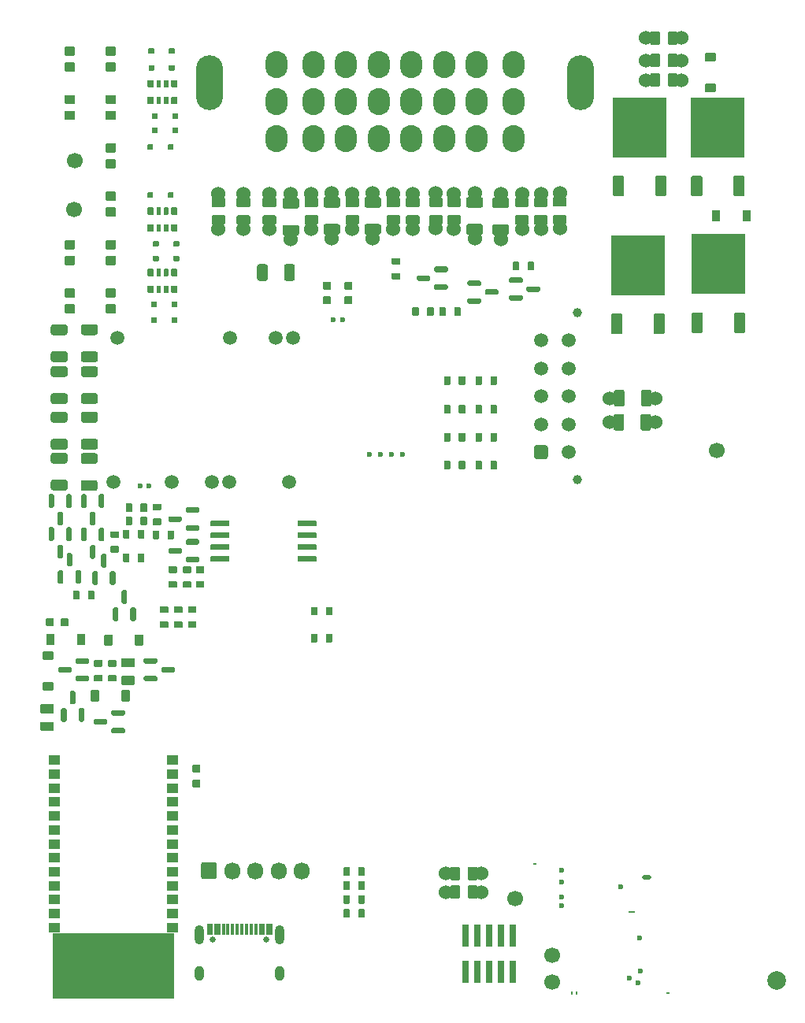
<source format=gts>
G04 #@! TF.GenerationSoftware,KiCad,Pcbnew,7.0.1*
G04 #@! TF.CreationDate,2023-06-10T23:22:58+03:00*
G04 #@! TF.ProjectId,alphax_2ch,616c7068-6178-45f3-9263-682e6b696361,F*
G04 #@! TF.SameCoordinates,PX141f5e0PYa2cace0*
G04 #@! TF.FileFunction,Soldermask,Top*
G04 #@! TF.FilePolarity,Negative*
%FSLAX46Y46*%
G04 Gerber Fmt 4.6, Leading zero omitted, Abs format (unit mm)*
G04 Created by KiCad (PCBNEW 7.0.1) date 2023-06-10 23:22:58*
%MOMM*%
%LPD*%
G01*
G04 APERTURE LIST*
%ADD10C,0.120000*%
%ADD11C,1.500000*%
%ADD12C,0.600000*%
%ADD13C,1.524000*%
%ADD14O,1.700000X1.850000*%
%ADD15C,0.650000*%
%ADD16R,0.300000X1.150000*%
%ADD17O,1.000000X2.100000*%
%ADD18O,1.000000X1.600000*%
%ADD19C,1.700000*%
%ADD20C,1.000000*%
%ADD21O,0.499999X0.250000*%
%ADD22O,0.250000X0.499999*%
%ADD23C,0.599999*%
%ADD24R,5.800000X6.400000*%
%ADD25R,1.300000X1.000000*%
%ADD26C,2.000000*%
%ADD27O,0.700001X0.200000*%
%ADD28O,1.000001X0.499999*%
%ADD29O,2.900000X5.900000*%
%ADD30O,2.400000X2.900000*%
%ADD31R,0.740000X2.400000*%
G04 APERTURE END LIST*
G04 #@! TO.C,U4*
D10*
X19700000Y200000D02*
X6700000Y200000D01*
X6700000Y7200000D01*
X19700000Y7200000D01*
X19700000Y200000D01*
G36*
X19700000Y200000D02*
G01*
X6700000Y200000D01*
X6700000Y7200000D01*
X19700000Y7200000D01*
X19700000Y200000D01*
G37*
G04 #@! TD*
D11*
G04 #@! TO.C,M1*
X32074999Y55675006D03*
X25675002Y55675006D03*
X23774999Y55675006D03*
X19474999Y55675006D03*
D12*
X17075002Y55225007D03*
X16075001Y55225007D03*
D11*
X13224999Y55675006D03*
X32525001Y71175003D03*
X30675002Y71175003D03*
X25724999Y71175003D03*
X13675001Y71175003D03*
G04 #@! TD*
D13*
G04 #@! TO.C,R8*
X49836417Y82896579D03*
G36*
G01*
X50461417Y83351578D02*
X49211417Y83351578D01*
G75*
G02*
X49111417Y83451578I0J100000D01*
G01*
X49111417Y84251578D01*
G75*
G02*
X49211417Y84351578I100000J0D01*
G01*
X50461417Y84351578D01*
G75*
G02*
X50561417Y84251578I0J-100000D01*
G01*
X50561417Y83451578D01*
G75*
G02*
X50461417Y83351578I-100000J0D01*
G01*
G37*
G36*
G01*
X50461417Y85251600D02*
X49211417Y85251600D01*
G75*
G02*
X49111417Y85351600I0J100000D01*
G01*
X49111417Y86151600D01*
G75*
G02*
X49211417Y86251600I100000J0D01*
G01*
X50461417Y86251600D01*
G75*
G02*
X50561417Y86151600I0J-100000D01*
G01*
X50561417Y85351600D01*
G75*
G02*
X50461417Y85251600I-100000J0D01*
G01*
G37*
X49836417Y86706579D03*
G04 #@! TD*
G04 #@! TO.C,R69*
G36*
G01*
X17510000Y53350000D02*
X18290000Y53350000D01*
G75*
G02*
X18360000Y53280000I0J-70000D01*
G01*
X18360000Y52720000D01*
G75*
G02*
X18290000Y52650000I-70000J0D01*
G01*
X17510000Y52650000D01*
G75*
G02*
X17440000Y52720000I0J70000D01*
G01*
X17440000Y53280000D01*
G75*
G02*
X17510000Y53350000I70000J0D01*
G01*
G37*
G36*
G01*
X17510000Y51750000D02*
X18290000Y51750000D01*
G75*
G02*
X18360000Y51680000I0J-70000D01*
G01*
X18360000Y51120000D01*
G75*
G02*
X18290000Y51050000I-70000J0D01*
G01*
X17510000Y51050000D01*
G75*
G02*
X17440000Y51120000I0J70000D01*
G01*
X17440000Y51680000D01*
G75*
G02*
X17510000Y51750000I70000J0D01*
G01*
G37*
G04 #@! TD*
G04 #@! TO.C,R2*
G36*
G01*
X16900000Y76065000D02*
X16900000Y76735000D01*
G75*
G02*
X16965000Y76800000I65000J0D01*
G01*
X17485000Y76800000D01*
G75*
G02*
X17550000Y76735000I0J-65000D01*
G01*
X17550000Y76065000D01*
G75*
G02*
X17485000Y76000000I-65000J0D01*
G01*
X16965000Y76000000D01*
G75*
G02*
X16900000Y76065000I0J65000D01*
G01*
G37*
G36*
G01*
X17875000Y76045000D02*
X17875000Y76755000D01*
G75*
G02*
X17920000Y76800000I45000J0D01*
G01*
X18280000Y76800000D01*
G75*
G02*
X18325000Y76755000I0J-45000D01*
G01*
X18325000Y76045000D01*
G75*
G02*
X18280000Y76000000I-45000J0D01*
G01*
X17920000Y76000000D01*
G75*
G02*
X17875000Y76045000I0J45000D01*
G01*
G37*
G36*
G01*
X18675000Y76045000D02*
X18675000Y76755000D01*
G75*
G02*
X18720000Y76800000I45000J0D01*
G01*
X19080000Y76800000D01*
G75*
G02*
X19125000Y76755000I0J-45000D01*
G01*
X19125000Y76045000D01*
G75*
G02*
X19080000Y76000000I-45000J0D01*
G01*
X18720000Y76000000D01*
G75*
G02*
X18675000Y76045000I0J45000D01*
G01*
G37*
G36*
G01*
X19450000Y76065000D02*
X19450000Y76735000D01*
G75*
G02*
X19515000Y76800000I65000J0D01*
G01*
X20035000Y76800000D01*
G75*
G02*
X20100000Y76735000I0J-65000D01*
G01*
X20100000Y76065000D01*
G75*
G02*
X20035000Y76000000I-65000J0D01*
G01*
X19515000Y76000000D01*
G75*
G02*
X19450000Y76065000I0J65000D01*
G01*
G37*
G36*
G01*
X19450000Y77865000D02*
X19450000Y78535000D01*
G75*
G02*
X19515000Y78600000I65000J0D01*
G01*
X20035000Y78600000D01*
G75*
G02*
X20100000Y78535000I0J-65000D01*
G01*
X20100000Y77865000D01*
G75*
G02*
X20035000Y77800000I-65000J0D01*
G01*
X19515000Y77800000D01*
G75*
G02*
X19450000Y77865000I0J65000D01*
G01*
G37*
G36*
G01*
X18675000Y77845000D02*
X18675000Y78555000D01*
G75*
G02*
X18720000Y78600000I45000J0D01*
G01*
X19080000Y78600000D01*
G75*
G02*
X19125000Y78555000I0J-45000D01*
G01*
X19125000Y77845000D01*
G75*
G02*
X19080000Y77800000I-45000J0D01*
G01*
X18720000Y77800000D01*
G75*
G02*
X18675000Y77845000I0J45000D01*
G01*
G37*
G36*
G01*
X17875000Y77845000D02*
X17875000Y78555000D01*
G75*
G02*
X17920000Y78600000I45000J0D01*
G01*
X18280000Y78600000D01*
G75*
G02*
X18325000Y78555000I0J-45000D01*
G01*
X18325000Y77845000D01*
G75*
G02*
X18280000Y77800000I-45000J0D01*
G01*
X17920000Y77800000D01*
G75*
G02*
X17875000Y77845000I0J45000D01*
G01*
G37*
G36*
G01*
X16900000Y77865000D02*
X16900000Y78535000D01*
G75*
G02*
X16965000Y78600000I65000J0D01*
G01*
X17485000Y78600000D01*
G75*
G02*
X17550000Y78535000I0J-65000D01*
G01*
X17550000Y77865000D01*
G75*
G02*
X17485000Y77800000I-65000J0D01*
G01*
X16965000Y77800000D01*
G75*
G02*
X16900000Y77865000I0J65000D01*
G01*
G37*
G04 #@! TD*
G04 #@! TO.C,R56*
G36*
G01*
X50550000Y74390000D02*
X50550000Y73610000D01*
G75*
G02*
X50480000Y73540000I-70000J0D01*
G01*
X49920000Y73540000D01*
G75*
G02*
X49850000Y73610000I0J70000D01*
G01*
X49850000Y74390000D01*
G75*
G02*
X49920000Y74460000I70000J0D01*
G01*
X50480000Y74460000D01*
G75*
G02*
X50550000Y74390000I0J-70000D01*
G01*
G37*
G36*
G01*
X48950000Y74390000D02*
X48950000Y73610000D01*
G75*
G02*
X48880000Y73540000I-70000J0D01*
G01*
X48320000Y73540000D01*
G75*
G02*
X48250000Y73610000I0J70000D01*
G01*
X48250000Y74390000D01*
G75*
G02*
X48320000Y74460000I70000J0D01*
G01*
X48880000Y74460000D01*
G75*
G02*
X48950000Y74390000I0J-70000D01*
G01*
G37*
G04 #@! TD*
G04 #@! TO.C,R38*
G36*
G01*
X52150000Y66210000D02*
X52150000Y66990000D01*
G75*
G02*
X52220000Y67060000I70000J0D01*
G01*
X52780000Y67060000D01*
G75*
G02*
X52850000Y66990000I0J-70000D01*
G01*
X52850000Y66210000D01*
G75*
G02*
X52780000Y66140000I-70000J0D01*
G01*
X52220000Y66140000D01*
G75*
G02*
X52150000Y66210000I0J70000D01*
G01*
G37*
G36*
G01*
X53750000Y66210000D02*
X53750000Y66990000D01*
G75*
G02*
X53820000Y67060000I70000J0D01*
G01*
X54380000Y67060000D01*
G75*
G02*
X54450000Y66990000I0J-70000D01*
G01*
X54450000Y66210000D01*
G75*
G02*
X54380000Y66140000I-70000J0D01*
G01*
X53820000Y66140000D01*
G75*
G02*
X53750000Y66210000I0J70000D01*
G01*
G37*
G04 #@! TD*
G04 #@! TO.C,C3*
G36*
G01*
X22500000Y22864999D02*
X21820000Y22864999D01*
G75*
G02*
X21735000Y22949999I0J85000D01*
G01*
X21735000Y23629999D01*
G75*
G02*
X21820000Y23714999I85000J0D01*
G01*
X22500000Y23714999D01*
G75*
G02*
X22585000Y23629999I0J-85000D01*
G01*
X22585000Y22949999D01*
G75*
G02*
X22500000Y22864999I-85000J0D01*
G01*
G37*
G36*
G01*
X22500000Y24445001D02*
X21820000Y24445001D01*
G75*
G02*
X21735000Y24530001I0J85000D01*
G01*
X21735000Y25210001D01*
G75*
G02*
X21820000Y25295001I85000J0D01*
G01*
X22500000Y25295001D01*
G75*
G02*
X22585000Y25210001I0J-85000D01*
G01*
X22585000Y24530001D01*
G75*
G02*
X22500000Y24445001I-85000J0D01*
G01*
G37*
G04 #@! TD*
G04 #@! TO.C,R9*
X47882571Y82918049D03*
G36*
G01*
X48507571Y83373048D02*
X47257571Y83373048D01*
G75*
G02*
X47157571Y83473048I0J100000D01*
G01*
X47157571Y84273048D01*
G75*
G02*
X47257571Y84373048I100000J0D01*
G01*
X48507571Y84373048D01*
G75*
G02*
X48607571Y84273048I0J-100000D01*
G01*
X48607571Y83473048D01*
G75*
G02*
X48507571Y83373048I-100000J0D01*
G01*
G37*
G36*
G01*
X48507571Y85273070D02*
X47257571Y85273070D01*
G75*
G02*
X47157571Y85373070I0J100000D01*
G01*
X47157571Y86173070D01*
G75*
G02*
X47257571Y86273070I100000J0D01*
G01*
X48507571Y86273070D01*
G75*
G02*
X48607571Y86173070I0J-100000D01*
G01*
X48607571Y85373070D01*
G75*
G02*
X48507571Y85273070I-100000J0D01*
G01*
G37*
X47882571Y86728049D03*
G04 #@! TD*
G04 #@! TO.C,R21*
G36*
G01*
X8300000Y60094990D02*
X8300000Y59404990D01*
G75*
G02*
X8070000Y59174990I-230000J0D01*
G01*
X6730000Y59174990D01*
G75*
G02*
X6500000Y59404990I0J230000D01*
G01*
X6500000Y60094990D01*
G75*
G02*
X6730000Y60324990I230000J0D01*
G01*
X8070000Y60324990D01*
G75*
G02*
X8300000Y60094990I0J-230000D01*
G01*
G37*
G36*
G01*
X8300000Y62995010D02*
X8300000Y62305010D01*
G75*
G02*
X8070000Y62075010I-230000J0D01*
G01*
X6730000Y62075010D01*
G75*
G02*
X6500000Y62305010I0J230000D01*
G01*
X6500000Y62995010D01*
G75*
G02*
X6730000Y63225010I230000J0D01*
G01*
X8070000Y63225010D01*
G75*
G02*
X8300000Y62995010I0J-230000D01*
G01*
G37*
G04 #@! TD*
G04 #@! TO.C,F7*
X66550000Y62100000D03*
G36*
G01*
X67894990Y61200000D02*
X67204990Y61200000D01*
G75*
G02*
X66974990Y61430000I0J230000D01*
G01*
X66974990Y62770000D01*
G75*
G02*
X67204990Y63000000I230000J0D01*
G01*
X67894990Y63000000D01*
G75*
G02*
X68124990Y62770000I0J-230000D01*
G01*
X68124990Y61430000D01*
G75*
G02*
X67894990Y61200000I-230000J0D01*
G01*
G37*
G36*
G01*
X70795010Y61200000D02*
X70105010Y61200000D01*
G75*
G02*
X69875010Y61430000I0J230000D01*
G01*
X69875010Y62770000D01*
G75*
G02*
X70105010Y63000000I230000J0D01*
G01*
X70795010Y63000000D01*
G75*
G02*
X71025010Y62770000I0J-230000D01*
G01*
X71025010Y61430000D01*
G75*
G02*
X70795010Y61200000I-230000J0D01*
G01*
G37*
X71450000Y62100000D03*
G04 #@! TD*
G04 #@! TO.C,Q3*
G36*
G01*
X14465000Y29110000D02*
X14465000Y28810000D01*
G75*
G02*
X14315000Y28660000I-150000J0D01*
G01*
X13140000Y28660000D01*
G75*
G02*
X12990000Y28810000I0J150000D01*
G01*
X12990000Y29110000D01*
G75*
G02*
X13140000Y29260000I150000J0D01*
G01*
X14315000Y29260000D01*
G75*
G02*
X14465000Y29110000I0J-150000D01*
G01*
G37*
G36*
G01*
X12590000Y30060000D02*
X12590000Y29760000D01*
G75*
G02*
X12440000Y29610000I-150000J0D01*
G01*
X11265000Y29610000D01*
G75*
G02*
X11115000Y29760000I0J150000D01*
G01*
X11115000Y30060000D01*
G75*
G02*
X11265000Y30210000I150000J0D01*
G01*
X12440000Y30210000D01*
G75*
G02*
X12590000Y30060000I0J-150000D01*
G01*
G37*
G36*
G01*
X14465000Y31010000D02*
X14465000Y30710000D01*
G75*
G02*
X14315000Y30560000I-150000J0D01*
G01*
X13140000Y30560000D01*
G75*
G02*
X12990000Y30710000I0J150000D01*
G01*
X12990000Y31010000D01*
G75*
G02*
X13140000Y31160000I150000J0D01*
G01*
X14315000Y31160000D01*
G75*
G02*
X14465000Y31010000I0J-150000D01*
G01*
G37*
G04 #@! TD*
G04 #@! TO.C,F4*
X36700000Y86750000D03*
G36*
G01*
X35800000Y85405010D02*
X35800000Y86095010D01*
G75*
G02*
X36030000Y86325010I230000J0D01*
G01*
X37370000Y86325010D01*
G75*
G02*
X37600000Y86095010I0J-230000D01*
G01*
X37600000Y85405010D01*
G75*
G02*
X37370000Y85175010I-230000J0D01*
G01*
X36030000Y85175010D01*
G75*
G02*
X35800000Y85405010I0J230000D01*
G01*
G37*
G36*
G01*
X35800000Y82504990D02*
X35800000Y83194990D01*
G75*
G02*
X36030000Y83424990I230000J0D01*
G01*
X37370000Y83424990D01*
G75*
G02*
X37600000Y83194990I0J-230000D01*
G01*
X37600000Y82504990D01*
G75*
G02*
X37370000Y82274990I-230000J0D01*
G01*
X36030000Y82274990D01*
G75*
G02*
X35800000Y82504990I0J230000D01*
G01*
G37*
X36700000Y81850000D03*
G04 #@! TD*
G04 #@! TO.C,Q13*
G36*
G01*
X49175000Y76800000D02*
X49175000Y76500000D01*
G75*
G02*
X49025000Y76350000I-150000J0D01*
G01*
X47850000Y76350000D01*
G75*
G02*
X47700000Y76500000I0J150000D01*
G01*
X47700000Y76800000D01*
G75*
G02*
X47850000Y76950000I150000J0D01*
G01*
X49025000Y76950000D01*
G75*
G02*
X49175000Y76800000I0J-150000D01*
G01*
G37*
G36*
G01*
X47300000Y77750000D02*
X47300000Y77450000D01*
G75*
G02*
X47150000Y77300000I-150000J0D01*
G01*
X45975000Y77300000D01*
G75*
G02*
X45825000Y77450000I0J150000D01*
G01*
X45825000Y77750000D01*
G75*
G02*
X45975000Y77900000I150000J0D01*
G01*
X47150000Y77900000D01*
G75*
G02*
X47300000Y77750000I0J-150000D01*
G01*
G37*
G36*
G01*
X49175000Y78700000D02*
X49175000Y78400000D01*
G75*
G02*
X49025000Y78250000I-150000J0D01*
G01*
X47850000Y78250000D01*
G75*
G02*
X47700000Y78400000I0J150000D01*
G01*
X47700000Y78700000D01*
G75*
G02*
X47850000Y78850000I150000J0D01*
G01*
X49025000Y78850000D01*
G75*
G02*
X49175000Y78700000I0J-150000D01*
G01*
G37*
G04 #@! TD*
G04 #@! TO.C,D1*
G36*
G01*
X17561499Y80000000D02*
X18041499Y80000000D01*
G75*
G02*
X18101499Y79940000I0J-60000D01*
G01*
X18101499Y79460000D01*
G75*
G02*
X18041499Y79400000I-60000J0D01*
G01*
X17561499Y79400000D01*
G75*
G02*
X17501499Y79460000I0J60000D01*
G01*
X17501499Y79940000D01*
G75*
G02*
X17561499Y80000000I60000J0D01*
G01*
G37*
G36*
G01*
X19761499Y80000000D02*
X20241499Y80000000D01*
G75*
G02*
X20301499Y79940000I0J-60000D01*
G01*
X20301499Y79460000D01*
G75*
G02*
X20241499Y79400000I-60000J0D01*
G01*
X19761499Y79400000D01*
G75*
G02*
X19701499Y79460000I0J60000D01*
G01*
X19701499Y79940000D01*
G75*
G02*
X19761499Y80000000I60000J0D01*
G01*
G37*
G04 #@! TD*
G04 #@! TO.C,D15*
G36*
G01*
X13399998Y84200001D02*
X12499998Y84200001D01*
G75*
G02*
X12399998Y84300001I0J100000D01*
G01*
X12399998Y85100001D01*
G75*
G02*
X12499998Y85200001I100000J0D01*
G01*
X13399998Y85200001D01*
G75*
G02*
X13499998Y85100001I0J-100000D01*
G01*
X13499998Y84300001D01*
G75*
G02*
X13399998Y84200001I-100000J0D01*
G01*
G37*
G36*
G01*
X13399998Y85900001D02*
X12499998Y85900001D01*
G75*
G02*
X12399998Y86000001I0J100000D01*
G01*
X12399998Y86800001D01*
G75*
G02*
X12499998Y86900001I100000J0D01*
G01*
X13399998Y86900001D01*
G75*
G02*
X13499998Y86800001I0J-100000D01*
G01*
X13499998Y86000001D01*
G75*
G02*
X13399998Y85900001I-100000J0D01*
G01*
G37*
G04 #@! TD*
G04 #@! TO.C,R52*
G36*
G01*
X37950000Y13410000D02*
X37950000Y14190000D01*
G75*
G02*
X38020000Y14260000I70000J0D01*
G01*
X38580000Y14260000D01*
G75*
G02*
X38650000Y14190000I0J-70000D01*
G01*
X38650000Y13410000D01*
G75*
G02*
X38580000Y13340000I-70000J0D01*
G01*
X38020000Y13340000D01*
G75*
G02*
X37950000Y13410000I0J70000D01*
G01*
G37*
G36*
G01*
X39550000Y13410000D02*
X39550000Y14190000D01*
G75*
G02*
X39620000Y14260000I70000J0D01*
G01*
X40180000Y14260000D01*
G75*
G02*
X40250000Y14190000I0J-70000D01*
G01*
X40250000Y13410000D01*
G75*
G02*
X40180000Y13340000I-70000J0D01*
G01*
X39620000Y13340000D01*
G75*
G02*
X39550000Y13410000I0J70000D01*
G01*
G37*
G04 #@! TD*
G04 #@! TO.C,D6*
G36*
G01*
X17058502Y102312502D02*
X17538502Y102312502D01*
G75*
G02*
X17598502Y102252502I0J-60000D01*
G01*
X17598502Y101772502D01*
G75*
G02*
X17538502Y101712502I-60000J0D01*
G01*
X17058502Y101712502D01*
G75*
G02*
X16998502Y101772502I0J60000D01*
G01*
X16998502Y102252502D01*
G75*
G02*
X17058502Y102312502I60000J0D01*
G01*
G37*
G36*
G01*
X19258502Y102312502D02*
X19738502Y102312502D01*
G75*
G02*
X19798502Y102252502I0J-60000D01*
G01*
X19798502Y101772502D01*
G75*
G02*
X19738502Y101712502I-60000J0D01*
G01*
X19258502Y101712502D01*
G75*
G02*
X19198502Y101772502I0J60000D01*
G01*
X19198502Y102252502D01*
G75*
G02*
X19258502Y102312502I60000J0D01*
G01*
G37*
G04 #@! TD*
G04 #@! TO.C,J5*
G36*
G01*
X22650000Y13225000D02*
X22650000Y14575000D01*
G75*
G02*
X22900000Y14825000I250000J0D01*
G01*
X24100000Y14825000D01*
G75*
G02*
X24350000Y14575000I0J-250000D01*
G01*
X24350000Y13225000D01*
G75*
G02*
X24100000Y12975000I-250000J0D01*
G01*
X22900000Y12975000D01*
G75*
G02*
X22650000Y13225000I0J250000D01*
G01*
G37*
D14*
X26000000Y13900000D03*
X28500000Y13900000D03*
X31000000Y13900000D03*
X33500000Y13900000D03*
G04 #@! TD*
D15*
G04 #@! TO.C,J6*
X23910000Y6520000D03*
X29690000Y6520000D03*
D16*
X23450000Y7585000D03*
X24250000Y7585000D03*
X25550000Y7585000D03*
X26550000Y7585000D03*
X27050000Y7585000D03*
X28050000Y7585000D03*
X29350000Y7585000D03*
X30150000Y7585000D03*
X29850000Y7585000D03*
X29050000Y7585000D03*
X28550000Y7585000D03*
X27550000Y7585000D03*
X26050000Y7585000D03*
X25050000Y7585000D03*
X24550000Y7585000D03*
X23750000Y7585000D03*
D17*
X22480000Y7020000D03*
D18*
X22480000Y2840000D03*
D17*
X31120000Y7020000D03*
D18*
X31120000Y2840000D03*
G04 #@! TD*
G04 #@! TO.C,Q1*
G36*
G01*
X10637500Y34700000D02*
X10637500Y34400000D01*
G75*
G02*
X10487500Y34250000I-150000J0D01*
G01*
X9312500Y34250000D01*
G75*
G02*
X9162500Y34400000I0J150000D01*
G01*
X9162500Y34700000D01*
G75*
G02*
X9312500Y34850000I150000J0D01*
G01*
X10487500Y34850000D01*
G75*
G02*
X10637500Y34700000I0J-150000D01*
G01*
G37*
G36*
G01*
X8762500Y35650000D02*
X8762500Y35350000D01*
G75*
G02*
X8612500Y35200000I-150000J0D01*
G01*
X7437500Y35200000D01*
G75*
G02*
X7287500Y35350000I0J150000D01*
G01*
X7287500Y35650000D01*
G75*
G02*
X7437500Y35800000I150000J0D01*
G01*
X8612500Y35800000D01*
G75*
G02*
X8762500Y35650000I0J-150000D01*
G01*
G37*
G36*
G01*
X10637500Y36600000D02*
X10637500Y36300000D01*
G75*
G02*
X10487500Y36150000I-150000J0D01*
G01*
X9312500Y36150000D01*
G75*
G02*
X9162500Y36300000I0J150000D01*
G01*
X9162500Y36600000D01*
G75*
G02*
X9312500Y36750000I150000J0D01*
G01*
X10487500Y36750000D01*
G75*
G02*
X10637500Y36600000I0J-150000D01*
G01*
G37*
G04 #@! TD*
G04 #@! TO.C,R24*
G36*
G01*
X8300000Y64994990D02*
X8300000Y64304990D01*
G75*
G02*
X8070000Y64074990I-230000J0D01*
G01*
X6730000Y64074990D01*
G75*
G02*
X6500000Y64304990I0J230000D01*
G01*
X6500000Y64994990D01*
G75*
G02*
X6730000Y65224990I230000J0D01*
G01*
X8070000Y65224990D01*
G75*
G02*
X8300000Y64994990I0J-230000D01*
G01*
G37*
G36*
G01*
X8300000Y67895010D02*
X8300000Y67205010D01*
G75*
G02*
X8070000Y66975010I-230000J0D01*
G01*
X6730000Y66975010D01*
G75*
G02*
X6500000Y67205010I0J230000D01*
G01*
X6500000Y67895010D01*
G75*
G02*
X6730000Y68125010I230000J0D01*
G01*
X8070000Y68125010D01*
G75*
G02*
X8300000Y67895010I0J-230000D01*
G01*
G37*
G04 #@! TD*
G04 #@! TO.C,D12*
G36*
G01*
X13399998Y79000001D02*
X12499998Y79000001D01*
G75*
G02*
X12399998Y79100001I0J100000D01*
G01*
X12399998Y79900001D01*
G75*
G02*
X12499998Y80000001I100000J0D01*
G01*
X13399998Y80000001D01*
G75*
G02*
X13499998Y79900001I0J-100000D01*
G01*
X13499998Y79100001D01*
G75*
G02*
X13399998Y79000001I-100000J0D01*
G01*
G37*
G36*
G01*
X13399998Y80700001D02*
X12499998Y80700001D01*
G75*
G02*
X12399998Y80800001I0J100000D01*
G01*
X12399998Y81600001D01*
G75*
G02*
X12499998Y81700001I100000J0D01*
G01*
X13399998Y81700001D01*
G75*
G02*
X13499998Y81600001I0J-100000D01*
G01*
X13499998Y80800001D01*
G75*
G02*
X13399998Y80700001I-100000J0D01*
G01*
G37*
G04 #@! TD*
D19*
G04 #@! TO.C,P2*
X78100000Y59100000D03*
G04 #@! TD*
G04 #@! TO.C,D22*
G36*
G01*
X17060000Y100500000D02*
X17540000Y100500000D01*
G75*
G02*
X17600000Y100440000I0J-60000D01*
G01*
X17600000Y99960000D01*
G75*
G02*
X17540000Y99900000I-60000J0D01*
G01*
X17060000Y99900000D01*
G75*
G02*
X17000000Y99960000I0J60000D01*
G01*
X17000000Y100440000D01*
G75*
G02*
X17060000Y100500000I60000J0D01*
G01*
G37*
G36*
G01*
X19260000Y100500000D02*
X19740000Y100500000D01*
G75*
G02*
X19800000Y100440000I0J-60000D01*
G01*
X19800000Y99960000D01*
G75*
G02*
X19740000Y99900000I-60000J0D01*
G01*
X19260000Y99900000D01*
G75*
G02*
X19200000Y99960000I0J60000D01*
G01*
X19200000Y100440000D01*
G75*
G02*
X19260000Y100500000I60000J0D01*
G01*
G37*
G04 #@! TD*
G04 #@! TO.C,R32*
G36*
G01*
X58450000Y79290000D02*
X58450000Y78510000D01*
G75*
G02*
X58380000Y78440000I-70000J0D01*
G01*
X57820000Y78440000D01*
G75*
G02*
X57750000Y78510000I0J70000D01*
G01*
X57750000Y79290000D01*
G75*
G02*
X57820000Y79360000I70000J0D01*
G01*
X58380000Y79360000D01*
G75*
G02*
X58450000Y79290000I0J-70000D01*
G01*
G37*
G36*
G01*
X56850000Y79290000D02*
X56850000Y78510000D01*
G75*
G02*
X56780000Y78440000I-70000J0D01*
G01*
X56220000Y78440000D01*
G75*
G02*
X56150000Y78510000I0J70000D01*
G01*
X56150000Y79290000D01*
G75*
G02*
X56220000Y79360000I70000J0D01*
G01*
X56780000Y79360000D01*
G75*
G02*
X56850000Y79290000I0J-70000D01*
G01*
G37*
G04 #@! TD*
G04 #@! TO.C,D11*
G36*
G01*
X13399998Y94600001D02*
X12499998Y94600001D01*
G75*
G02*
X12399998Y94700001I0J100000D01*
G01*
X12399998Y95500001D01*
G75*
G02*
X12499998Y95600001I100000J0D01*
G01*
X13399998Y95600001D01*
G75*
G02*
X13499998Y95500001I0J-100000D01*
G01*
X13499998Y94700001D01*
G75*
G02*
X13399998Y94600001I-100000J0D01*
G01*
G37*
G36*
G01*
X13399998Y96300001D02*
X12499998Y96300001D01*
G75*
G02*
X12399998Y96400001I0J100000D01*
G01*
X12399998Y97200001D01*
G75*
G02*
X12499998Y97300001I100000J0D01*
G01*
X13399998Y97300001D01*
G75*
G02*
X13499998Y97200001I0J-100000D01*
G01*
X13499998Y96400001D01*
G75*
G02*
X13399998Y96300001I-100000J0D01*
G01*
G37*
G04 #@! TD*
D13*
G04 #@! TO.C,R11*
X24500000Y82895000D03*
G36*
G01*
X25125000Y83349999D02*
X23875000Y83349999D01*
G75*
G02*
X23775000Y83449999I0J100000D01*
G01*
X23775000Y84249999D01*
G75*
G02*
X23875000Y84349999I100000J0D01*
G01*
X25125000Y84349999D01*
G75*
G02*
X25225000Y84249999I0J-100000D01*
G01*
X25225000Y83449999D01*
G75*
G02*
X25125000Y83349999I-100000J0D01*
G01*
G37*
G36*
G01*
X25125000Y85250021D02*
X23875000Y85250021D01*
G75*
G02*
X23775000Y85350021I0J100000D01*
G01*
X23775000Y86150021D01*
G75*
G02*
X23875000Y86250021I100000J0D01*
G01*
X25125000Y86250021D01*
G75*
G02*
X25225000Y86150021I0J-100000D01*
G01*
X25225000Y85350021D01*
G75*
G02*
X25125000Y85250021I-100000J0D01*
G01*
G37*
X24500000Y86705000D03*
G04 #@! TD*
G04 #@! TO.C,R6*
X74305000Y103400000D03*
G36*
G01*
X73850001Y104025000D02*
X73850001Y102775000D01*
G75*
G02*
X73750001Y102675000I-100000J0D01*
G01*
X72950001Y102675000D01*
G75*
G02*
X72850001Y102775000I0J100000D01*
G01*
X72850001Y104025000D01*
G75*
G02*
X72950001Y104125000I100000J0D01*
G01*
X73750001Y104125000D01*
G75*
G02*
X73850001Y104025000I0J-100000D01*
G01*
G37*
G36*
G01*
X71949979Y104025000D02*
X71949979Y102775000D01*
G75*
G02*
X71849979Y102675000I-100000J0D01*
G01*
X71049979Y102675000D01*
G75*
G02*
X70949979Y102775000I0J100000D01*
G01*
X70949979Y104025000D01*
G75*
G02*
X71049979Y104125000I100000J0D01*
G01*
X71849979Y104125000D01*
G75*
G02*
X71949979Y104025000I0J-100000D01*
G01*
G37*
X70495000Y103400000D03*
G04 #@! TD*
D20*
G04 #@! TO.C,J1*
X63125000Y55900000D03*
X63125000Y73900000D03*
G36*
G01*
X59684999Y58150000D02*
X58685001Y58150000D01*
G75*
G02*
X58435000Y58400001I0J250001D01*
G01*
X58435000Y59399999D01*
G75*
G02*
X58685001Y59650000I250001J0D01*
G01*
X59684999Y59650000D01*
G75*
G02*
X59935000Y59399999I0J-250001D01*
G01*
X59935000Y58400001D01*
G75*
G02*
X59684999Y58150000I-250001J0D01*
G01*
G37*
D11*
X59185000Y61900000D03*
X59185000Y64900000D03*
X59185000Y67900000D03*
X59185000Y70900000D03*
X62185000Y58900000D03*
X62185000Y61900000D03*
X62185000Y64900000D03*
X62185000Y67900000D03*
X62185000Y70900000D03*
G04 #@! TD*
G04 #@! TO.C,R36*
G36*
G01*
X11522072Y55654980D02*
X11522072Y54964980D01*
G75*
G02*
X11292072Y54734980I-230000J0D01*
G01*
X9952072Y54734980D01*
G75*
G02*
X9722072Y54964980I0J230000D01*
G01*
X9722072Y55654980D01*
G75*
G02*
X9952072Y55884980I230000J0D01*
G01*
X11292072Y55884980D01*
G75*
G02*
X11522072Y55654980I0J-230000D01*
G01*
G37*
G36*
G01*
X11522072Y58555000D02*
X11522072Y57865000D01*
G75*
G02*
X11292072Y57635000I-230000J0D01*
G01*
X9952072Y57635000D01*
G75*
G02*
X9722072Y57865000I0J230000D01*
G01*
X9722072Y58555000D01*
G75*
G02*
X9952072Y58785000I230000J0D01*
G01*
X11292072Y58785000D01*
G75*
G02*
X11522072Y58555000I0J-230000D01*
G01*
G37*
G04 #@! TD*
G04 #@! TO.C,R39*
G36*
G01*
X52150000Y63110000D02*
X52150000Y63890000D01*
G75*
G02*
X52220000Y63960000I70000J0D01*
G01*
X52780000Y63960000D01*
G75*
G02*
X52850000Y63890000I0J-70000D01*
G01*
X52850000Y63110000D01*
G75*
G02*
X52780000Y63040000I-70000J0D01*
G01*
X52220000Y63040000D01*
G75*
G02*
X52150000Y63110000I0J70000D01*
G01*
G37*
G36*
G01*
X53750000Y63110000D02*
X53750000Y63890000D01*
G75*
G02*
X53820000Y63960000I70000J0D01*
G01*
X54380000Y63960000D01*
G75*
G02*
X54450000Y63890000I0J-70000D01*
G01*
X54450000Y63110000D01*
G75*
G02*
X54380000Y63040000I-70000J0D01*
G01*
X53820000Y63040000D01*
G75*
G02*
X53750000Y63110000I0J70000D01*
G01*
G37*
G04 #@! TD*
G04 #@! TO.C,R64*
G36*
G01*
X19210000Y46600000D02*
X19990000Y46600000D01*
G75*
G02*
X20060000Y46530000I0J-70000D01*
G01*
X20060000Y45970000D01*
G75*
G02*
X19990000Y45900000I-70000J0D01*
G01*
X19210000Y45900000D01*
G75*
G02*
X19140000Y45970000I0J70000D01*
G01*
X19140000Y46530000D01*
G75*
G02*
X19210000Y46600000I70000J0D01*
G01*
G37*
G36*
G01*
X19210000Y45000000D02*
X19990000Y45000000D01*
G75*
G02*
X20060000Y44930000I0J-70000D01*
G01*
X20060000Y44370000D01*
G75*
G02*
X19990000Y44300000I-70000J0D01*
G01*
X19210000Y44300000D01*
G75*
G02*
X19140000Y44370000I0J70000D01*
G01*
X19140000Y44930000D01*
G75*
G02*
X19210000Y45000000I70000J0D01*
G01*
G37*
G04 #@! TD*
G04 #@! TO.C,Q4*
G36*
G01*
X8300000Y54375000D02*
X8600000Y54375000D01*
G75*
G02*
X8750000Y54225000I0J-150000D01*
G01*
X8750000Y53050000D01*
G75*
G02*
X8600000Y52900000I-150000J0D01*
G01*
X8300000Y52900000D01*
G75*
G02*
X8150000Y53050000I0J150000D01*
G01*
X8150000Y54225000D01*
G75*
G02*
X8300000Y54375000I150000J0D01*
G01*
G37*
G36*
G01*
X7350000Y52500000D02*
X7650000Y52500000D01*
G75*
G02*
X7800000Y52350000I0J-150000D01*
G01*
X7800000Y51175000D01*
G75*
G02*
X7650000Y51025000I-150000J0D01*
G01*
X7350000Y51025000D01*
G75*
G02*
X7200000Y51175000I0J150000D01*
G01*
X7200000Y52350000D01*
G75*
G02*
X7350000Y52500000I150000J0D01*
G01*
G37*
G36*
G01*
X6400000Y54375000D02*
X6700000Y54375000D01*
G75*
G02*
X6850000Y54225000I0J-150000D01*
G01*
X6850000Y53050000D01*
G75*
G02*
X6700000Y52900000I-150000J0D01*
G01*
X6400000Y52900000D01*
G75*
G02*
X6250000Y53050000I0J150000D01*
G01*
X6250000Y54225000D01*
G75*
G02*
X6400000Y54375000I150000J0D01*
G01*
G37*
G04 #@! TD*
G04 #@! TO.C,R30*
G36*
G01*
X14550000Y51110000D02*
X14550000Y51890000D01*
G75*
G02*
X14620000Y51960000I70000J0D01*
G01*
X15180000Y51960000D01*
G75*
G02*
X15250000Y51890000I0J-70000D01*
G01*
X15250000Y51110000D01*
G75*
G02*
X15180000Y51040000I-70000J0D01*
G01*
X14620000Y51040000D01*
G75*
G02*
X14550000Y51110000I0J70000D01*
G01*
G37*
G36*
G01*
X16150000Y51110000D02*
X16150000Y51890000D01*
G75*
G02*
X16220000Y51960000I70000J0D01*
G01*
X16780000Y51960000D01*
G75*
G02*
X16850000Y51890000I0J-70000D01*
G01*
X16850000Y51110000D01*
G75*
G02*
X16780000Y51040000I-70000J0D01*
G01*
X16220000Y51040000D01*
G75*
G02*
X16150000Y51110000I0J70000D01*
G01*
G37*
G04 #@! TD*
G04 #@! TO.C,Q15*
G36*
G01*
X11800000Y54375000D02*
X12100000Y54375000D01*
G75*
G02*
X12250000Y54225000I0J-150000D01*
G01*
X12250000Y53050000D01*
G75*
G02*
X12100000Y52900000I-150000J0D01*
G01*
X11800000Y52900000D01*
G75*
G02*
X11650000Y53050000I0J150000D01*
G01*
X11650000Y54225000D01*
G75*
G02*
X11800000Y54375000I150000J0D01*
G01*
G37*
G36*
G01*
X10850000Y52500000D02*
X11150000Y52500000D01*
G75*
G02*
X11300000Y52350000I0J-150000D01*
G01*
X11300000Y51175000D01*
G75*
G02*
X11150000Y51025000I-150000J0D01*
G01*
X10850000Y51025000D01*
G75*
G02*
X10700000Y51175000I0J150000D01*
G01*
X10700000Y52350000D01*
G75*
G02*
X10850000Y52500000I150000J0D01*
G01*
G37*
G36*
G01*
X9900000Y54375000D02*
X10200000Y54375000D01*
G75*
G02*
X10350000Y54225000I0J-150000D01*
G01*
X10350000Y53050000D01*
G75*
G02*
X10200000Y52900000I-150000J0D01*
G01*
X9900000Y52900000D01*
G75*
G02*
X9750000Y53050000I0J150000D01*
G01*
X9750000Y54225000D01*
G75*
G02*
X9900000Y54375000I150000J0D01*
G01*
G37*
G04 #@! TD*
D13*
G04 #@! TO.C,R17*
X38900000Y82895000D03*
G36*
G01*
X39525000Y83349999D02*
X38275000Y83349999D01*
G75*
G02*
X38175000Y83449999I0J100000D01*
G01*
X38175000Y84249999D01*
G75*
G02*
X38275000Y84349999I100000J0D01*
G01*
X39525000Y84349999D01*
G75*
G02*
X39625000Y84249999I0J-100000D01*
G01*
X39625000Y83449999D01*
G75*
G02*
X39525000Y83349999I-100000J0D01*
G01*
G37*
G36*
G01*
X39525000Y85250021D02*
X38275000Y85250021D01*
G75*
G02*
X38175000Y85350021I0J100000D01*
G01*
X38175000Y86150021D01*
G75*
G02*
X38275000Y86250021I100000J0D01*
G01*
X39525000Y86250021D01*
G75*
G02*
X39625000Y86150021I0J-100000D01*
G01*
X39625000Y85350021D01*
G75*
G02*
X39525000Y85250021I-100000J0D01*
G01*
G37*
X38900000Y86705000D03*
G04 #@! TD*
G04 #@! TO.C,C6*
G36*
G01*
X8415001Y40940000D02*
X8415001Y40260000D01*
G75*
G02*
X8330001Y40175000I-85000J0D01*
G01*
X7650001Y40175000D01*
G75*
G02*
X7565001Y40260000I0J85000D01*
G01*
X7565001Y40940000D01*
G75*
G02*
X7650001Y41025000I85000J0D01*
G01*
X8330001Y41025000D01*
G75*
G02*
X8415001Y40940000I0J-85000D01*
G01*
G37*
G36*
G01*
X6834999Y40940000D02*
X6834999Y40260000D01*
G75*
G02*
X6749999Y40175000I-85000J0D01*
G01*
X6069999Y40175000D01*
G75*
G02*
X5984999Y40260000I0J85000D01*
G01*
X5984999Y40940000D01*
G75*
G02*
X6069999Y41025000I85000J0D01*
G01*
X6749999Y41025000D01*
G75*
G02*
X6834999Y40940000I0J-85000D01*
G01*
G37*
G04 #@! TD*
G04 #@! TO.C,R33*
G36*
G01*
X43990000Y77450000D02*
X43210000Y77450000D01*
G75*
G02*
X43140000Y77520000I0J70000D01*
G01*
X43140000Y78080000D01*
G75*
G02*
X43210000Y78150000I70000J0D01*
G01*
X43990000Y78150000D01*
G75*
G02*
X44060000Y78080000I0J-70000D01*
G01*
X44060000Y77520000D01*
G75*
G02*
X43990000Y77450000I-70000J0D01*
G01*
G37*
G36*
G01*
X43990000Y79050000D02*
X43210000Y79050000D01*
G75*
G02*
X43140000Y79120000I0J70000D01*
G01*
X43140000Y79680000D01*
G75*
G02*
X43210000Y79750000I70000J0D01*
G01*
X43990000Y79750000D01*
G75*
G02*
X44060000Y79680000I0J-70000D01*
G01*
X44060000Y79120000D01*
G75*
G02*
X43990000Y79050000I-70000J0D01*
G01*
G37*
G04 #@! TD*
D21*
G04 #@! TO.C,M8*
X72877495Y726666D03*
D22*
X62527501Y776664D03*
X63027502Y776664D03*
D23*
X69577499Y1826662D03*
X68702497Y2351662D03*
X69877501Y3101660D03*
X69802498Y6651661D03*
G04 #@! TD*
G04 #@! TO.C,R63*
G36*
G01*
X21310000Y42300000D02*
X22090000Y42300000D01*
G75*
G02*
X22160000Y42230000I0J-70000D01*
G01*
X22160000Y41670000D01*
G75*
G02*
X22090000Y41600000I-70000J0D01*
G01*
X21310000Y41600000D01*
G75*
G02*
X21240000Y41670000I0J70000D01*
G01*
X21240000Y42230000D01*
G75*
G02*
X21310000Y42300000I70000J0D01*
G01*
G37*
G36*
G01*
X21310000Y40700000D02*
X22090000Y40700000D01*
G75*
G02*
X22160000Y40630000I0J-70000D01*
G01*
X22160000Y40070000D01*
G75*
G02*
X22090000Y40000000I-70000J0D01*
G01*
X21310000Y40000000D01*
G75*
G02*
X21240000Y40070000I0J70000D01*
G01*
X21240000Y40630000D01*
G75*
G02*
X21310000Y40700000I70000J0D01*
G01*
G37*
G04 #@! TD*
D13*
G04 #@! TO.C,F6*
X66600010Y64700000D03*
G36*
G01*
X67945000Y63800000D02*
X67255000Y63800000D01*
G75*
G02*
X67025000Y64030000I0J230000D01*
G01*
X67025000Y65370000D01*
G75*
G02*
X67255000Y65600000I230000J0D01*
G01*
X67945000Y65600000D01*
G75*
G02*
X68175000Y65370000I0J-230000D01*
G01*
X68175000Y64030000D01*
G75*
G02*
X67945000Y63800000I-230000J0D01*
G01*
G37*
G36*
G01*
X70845020Y63800000D02*
X70155020Y63800000D01*
G75*
G02*
X69925020Y64030000I0J230000D01*
G01*
X69925020Y65370000D01*
G75*
G02*
X70155020Y65600000I230000J0D01*
G01*
X70845020Y65600000D01*
G75*
G02*
X71075020Y65370000I0J-230000D01*
G01*
X71075020Y64030000D01*
G75*
G02*
X70845020Y63800000I-230000J0D01*
G01*
G37*
X71500010Y64700000D03*
G04 #@! TD*
G04 #@! TO.C,R34*
G36*
G01*
X8300000Y55694990D02*
X8300000Y55004990D01*
G75*
G02*
X8070000Y54774990I-230000J0D01*
G01*
X6730000Y54774990D01*
G75*
G02*
X6500000Y55004990I0J230000D01*
G01*
X6500000Y55694990D01*
G75*
G02*
X6730000Y55924990I230000J0D01*
G01*
X8070000Y55924990D01*
G75*
G02*
X8300000Y55694990I0J-230000D01*
G01*
G37*
G36*
G01*
X8300000Y58595010D02*
X8300000Y57905010D01*
G75*
G02*
X8070000Y57675010I-230000J0D01*
G01*
X6730000Y57675010D01*
G75*
G02*
X6500000Y57905010I0J230000D01*
G01*
X6500000Y58595010D01*
G75*
G02*
X6730000Y58825010I230000J0D01*
G01*
X8070000Y58825010D01*
G75*
G02*
X8300000Y58595010I0J-230000D01*
G01*
G37*
G04 #@! TD*
G04 #@! TO.C,D26*
G36*
G01*
X5690000Y37465000D02*
X6710000Y37465000D01*
G75*
G02*
X6800000Y37375000I0J-90000D01*
G01*
X6800000Y36655000D01*
G75*
G02*
X6710000Y36565000I-90000J0D01*
G01*
X5690000Y36565000D01*
G75*
G02*
X5600000Y36655000I0J90000D01*
G01*
X5600000Y37375000D01*
G75*
G02*
X5690000Y37465000I90000J0D01*
G01*
G37*
G36*
G01*
X5690000Y34165000D02*
X6710000Y34165000D01*
G75*
G02*
X6800000Y34075000I0J-90000D01*
G01*
X6800000Y33355000D01*
G75*
G02*
X6710000Y33265000I-90000J0D01*
G01*
X5690000Y33265000D01*
G75*
G02*
X5600000Y33355000I0J90000D01*
G01*
X5600000Y34075000D01*
G75*
G02*
X5690000Y34165000I90000J0D01*
G01*
G37*
G04 #@! TD*
G04 #@! TO.C,Q22*
G36*
G01*
X22475000Y50900000D02*
X22475000Y50600000D01*
G75*
G02*
X22325000Y50450000I-150000J0D01*
G01*
X21150000Y50450000D01*
G75*
G02*
X21000000Y50600000I0J150000D01*
G01*
X21000000Y50900000D01*
G75*
G02*
X21150000Y51050000I150000J0D01*
G01*
X22325000Y51050000D01*
G75*
G02*
X22475000Y50900000I0J-150000D01*
G01*
G37*
G36*
G01*
X20600000Y51850000D02*
X20600000Y51550000D01*
G75*
G02*
X20450000Y51400000I-150000J0D01*
G01*
X19275000Y51400000D01*
G75*
G02*
X19125000Y51550000I0J150000D01*
G01*
X19125000Y51850000D01*
G75*
G02*
X19275000Y52000000I150000J0D01*
G01*
X20450000Y52000000D01*
G75*
G02*
X20600000Y51850000I0J-150000D01*
G01*
G37*
G36*
G01*
X22475000Y52800000D02*
X22475000Y52500000D01*
G75*
G02*
X22325000Y52350000I-150000J0D01*
G01*
X21150000Y52350000D01*
G75*
G02*
X21000000Y52500000I0J150000D01*
G01*
X21000000Y52800000D01*
G75*
G02*
X21150000Y52950000I150000J0D01*
G01*
X22325000Y52950000D01*
G75*
G02*
X22475000Y52800000I0J-150000D01*
G01*
G37*
G04 #@! TD*
G04 #@! TO.C,R16*
X45400000Y82895000D03*
G36*
G01*
X46025000Y83349999D02*
X44775000Y83349999D01*
G75*
G02*
X44675000Y83449999I0J100000D01*
G01*
X44675000Y84249999D01*
G75*
G02*
X44775000Y84349999I100000J0D01*
G01*
X46025000Y84349999D01*
G75*
G02*
X46125000Y84249999I0J-100000D01*
G01*
X46125000Y83449999D01*
G75*
G02*
X46025000Y83349999I-100000J0D01*
G01*
G37*
G36*
G01*
X46025000Y85250021D02*
X44775000Y85250021D01*
G75*
G02*
X44675000Y85350021I0J100000D01*
G01*
X44675000Y86150021D01*
G75*
G02*
X44775000Y86250021I100000J0D01*
G01*
X46025000Y86250021D01*
G75*
G02*
X46125000Y86150021I0J-100000D01*
G01*
X46125000Y85350021D01*
G75*
G02*
X46025000Y85250021I-100000J0D01*
G01*
G37*
X45400000Y86705000D03*
G04 #@! TD*
G04 #@! TO.C,R45*
G36*
G01*
X48750000Y60110000D02*
X48750000Y60890000D01*
G75*
G02*
X48820000Y60960000I70000J0D01*
G01*
X49380000Y60960000D01*
G75*
G02*
X49450000Y60890000I0J-70000D01*
G01*
X49450000Y60110000D01*
G75*
G02*
X49380000Y60040000I-70000J0D01*
G01*
X48820000Y60040000D01*
G75*
G02*
X48750000Y60110000I0J70000D01*
G01*
G37*
G36*
G01*
X50350000Y60110000D02*
X50350000Y60890000D01*
G75*
G02*
X50420000Y60960000I70000J0D01*
G01*
X50980000Y60960000D01*
G75*
G02*
X51050000Y60890000I0J-70000D01*
G01*
X51050000Y60110000D01*
G75*
G02*
X50980000Y60040000I-70000J0D01*
G01*
X50420000Y60040000D01*
G75*
G02*
X50350000Y60110000I0J70000D01*
G01*
G37*
G04 #@! TD*
G04 #@! TO.C,D9*
G36*
G01*
X8999998Y79000001D02*
X8099998Y79000001D01*
G75*
G02*
X7999998Y79100001I0J100000D01*
G01*
X7999998Y79900001D01*
G75*
G02*
X8099998Y80000001I100000J0D01*
G01*
X8999998Y80000001D01*
G75*
G02*
X9099998Y79900001I0J-100000D01*
G01*
X9099998Y79100001D01*
G75*
G02*
X8999998Y79000001I-100000J0D01*
G01*
G37*
G36*
G01*
X8999998Y80700001D02*
X8099998Y80700001D01*
G75*
G02*
X7999998Y80800001I0J100000D01*
G01*
X7999998Y81600001D01*
G75*
G02*
X8099998Y81700001I100000J0D01*
G01*
X8999998Y81700001D01*
G75*
G02*
X9099998Y81600001I0J-100000D01*
G01*
X9099998Y80800001D01*
G75*
G02*
X8999998Y80700001I-100000J0D01*
G01*
G37*
G04 #@! TD*
G04 #@! TO.C,R71*
G36*
G01*
X20760000Y46600000D02*
X21540000Y46600000D01*
G75*
G02*
X21610000Y46530000I0J-70000D01*
G01*
X21610000Y45970000D01*
G75*
G02*
X21540000Y45900000I-70000J0D01*
G01*
X20760000Y45900000D01*
G75*
G02*
X20690000Y45970000I0J70000D01*
G01*
X20690000Y46530000D01*
G75*
G02*
X20760000Y46600000I70000J0D01*
G01*
G37*
G36*
G01*
X20760000Y45000000D02*
X21540000Y45000000D01*
G75*
G02*
X21610000Y44930000I0J-70000D01*
G01*
X21610000Y44370000D01*
G75*
G02*
X21540000Y44300000I-70000J0D01*
G01*
X20760000Y44300000D01*
G75*
G02*
X20690000Y44370000I0J70000D01*
G01*
X20690000Y44930000D01*
G75*
G02*
X20760000Y45000000I70000J0D01*
G01*
G37*
G04 #@! TD*
D19*
G04 #@! TO.C,P3*
X60400000Y1900000D03*
G04 #@! TD*
G04 #@! TO.C,D8*
G36*
G01*
X19640000Y91406000D02*
X19160000Y91406000D01*
G75*
G02*
X19100000Y91466000I0J60000D01*
G01*
X19100000Y91946000D01*
G75*
G02*
X19160000Y92006000I60000J0D01*
G01*
X19640000Y92006000D01*
G75*
G02*
X19700000Y91946000I0J-60000D01*
G01*
X19700000Y91466000D01*
G75*
G02*
X19640000Y91406000I-60000J0D01*
G01*
G37*
G36*
G01*
X17440000Y91406000D02*
X16960000Y91406000D01*
G75*
G02*
X16900000Y91466000I0J60000D01*
G01*
X16900000Y91946000D01*
G75*
G02*
X16960000Y92006000I60000J0D01*
G01*
X17440000Y92006000D01*
G75*
G02*
X17500000Y91946000I0J-60000D01*
G01*
X17500000Y91466000D01*
G75*
G02*
X17440000Y91406000I-60000J0D01*
G01*
G37*
G04 #@! TD*
G04 #@! TO.C,D14*
G36*
G01*
X8999998Y99800001D02*
X8099998Y99800001D01*
G75*
G02*
X7999998Y99900001I0J100000D01*
G01*
X7999998Y100700001D01*
G75*
G02*
X8099998Y100800001I100000J0D01*
G01*
X8999998Y100800001D01*
G75*
G02*
X9099998Y100700001I0J-100000D01*
G01*
X9099998Y99900001D01*
G75*
G02*
X8999998Y99800001I-100000J0D01*
G01*
G37*
G36*
G01*
X8999998Y101500001D02*
X8099998Y101500001D01*
G75*
G02*
X7999998Y101600001I0J100000D01*
G01*
X7999998Y102400001D01*
G75*
G02*
X8099998Y102500001I100000J0D01*
G01*
X8999998Y102500001D01*
G75*
G02*
X9099998Y102400001I0J-100000D01*
G01*
X9099998Y101600001D01*
G75*
G02*
X8999998Y101500001I-100000J0D01*
G01*
G37*
G04 #@! TD*
G04 #@! TO.C,R47*
G36*
G01*
X16550000Y47915000D02*
X16550000Y47135000D01*
G75*
G02*
X16480000Y47065000I-70000J0D01*
G01*
X15920000Y47065000D01*
G75*
G02*
X15850000Y47135000I0J70000D01*
G01*
X15850000Y47915000D01*
G75*
G02*
X15920000Y47985000I70000J0D01*
G01*
X16480000Y47985000D01*
G75*
G02*
X16550000Y47915000I0J-70000D01*
G01*
G37*
G36*
G01*
X14950000Y47915000D02*
X14950000Y47135000D01*
G75*
G02*
X14880000Y47065000I-70000J0D01*
G01*
X14320000Y47065000D01*
G75*
G02*
X14250000Y47135000I0J70000D01*
G01*
X14250000Y47915000D01*
G75*
G02*
X14320000Y47985000I70000J0D01*
G01*
X14880000Y47985000D01*
G75*
G02*
X14950000Y47915000I0J-70000D01*
G01*
G37*
G04 #@! TD*
G04 #@! TO.C,R35*
G36*
G01*
X11550000Y69494990D02*
X11550000Y68804990D01*
G75*
G02*
X11320000Y68574990I-230000J0D01*
G01*
X9980000Y68574990D01*
G75*
G02*
X9750000Y68804990I0J230000D01*
G01*
X9750000Y69494990D01*
G75*
G02*
X9980000Y69724990I230000J0D01*
G01*
X11320000Y69724990D01*
G75*
G02*
X11550000Y69494990I0J-230000D01*
G01*
G37*
G36*
G01*
X11550000Y72395010D02*
X11550000Y71705010D01*
G75*
G02*
X11320000Y71475010I-230000J0D01*
G01*
X9980000Y71475010D01*
G75*
G02*
X9750000Y71705010I0J230000D01*
G01*
X9750000Y72395010D01*
G75*
G02*
X9980000Y72625010I230000J0D01*
G01*
X11320000Y72625010D01*
G75*
G02*
X11550000Y72395010I0J-230000D01*
G01*
G37*
G04 #@! TD*
G04 #@! TO.C,P5*
X56400000Y10900000D03*
G04 #@! TD*
G04 #@! TO.C,Q14*
G36*
G01*
X51287500Y76900000D02*
X51287500Y77200000D01*
G75*
G02*
X51437500Y77350000I150000J0D01*
G01*
X52612500Y77350000D01*
G75*
G02*
X52762500Y77200000I0J-150000D01*
G01*
X52762500Y76900000D01*
G75*
G02*
X52612500Y76750000I-150000J0D01*
G01*
X51437500Y76750000D01*
G75*
G02*
X51287500Y76900000I0J150000D01*
G01*
G37*
G36*
G01*
X53162500Y75950000D02*
X53162500Y76250000D01*
G75*
G02*
X53312500Y76400000I150000J0D01*
G01*
X54487500Y76400000D01*
G75*
G02*
X54637500Y76250000I0J-150000D01*
G01*
X54637500Y75950000D01*
G75*
G02*
X54487500Y75800000I-150000J0D01*
G01*
X53312500Y75800000D01*
G75*
G02*
X53162500Y75950000I0J150000D01*
G01*
G37*
G36*
G01*
X51287500Y75000000D02*
X51287500Y75300000D01*
G75*
G02*
X51437500Y75450000I150000J0D01*
G01*
X52612500Y75450000D01*
G75*
G02*
X52762500Y75300000I0J-150000D01*
G01*
X52762500Y75000000D01*
G75*
G02*
X52612500Y74850000I-150000J0D01*
G01*
X51437500Y74850000D01*
G75*
G02*
X51287500Y75000000I0J150000D01*
G01*
G37*
G04 #@! TD*
G04 #@! TO.C,D16*
G36*
G01*
X13399998Y89400001D02*
X12499998Y89400001D01*
G75*
G02*
X12399998Y89500001I0J100000D01*
G01*
X12399998Y90300001D01*
G75*
G02*
X12499998Y90400001I100000J0D01*
G01*
X13399998Y90400001D01*
G75*
G02*
X13499998Y90300001I0J-100000D01*
G01*
X13499998Y89500001D01*
G75*
G02*
X13399998Y89400001I-100000J0D01*
G01*
G37*
G36*
G01*
X13399998Y91100001D02*
X12499998Y91100001D01*
G75*
G02*
X12399998Y91200001I0J100000D01*
G01*
X12399998Y92000001D01*
G75*
G02*
X12499998Y92100001I100000J0D01*
G01*
X13399998Y92100001D01*
G75*
G02*
X13499998Y92000001I0J-100000D01*
G01*
X13499998Y91200001D01*
G75*
G02*
X13399998Y91100001I-100000J0D01*
G01*
G37*
G04 #@! TD*
D12*
G04 #@! TO.C,M3*
X41925000Y58675000D03*
X40725000Y58675000D03*
X43125000Y58675000D03*
X44325000Y58675000D03*
X37865000Y73100000D03*
X36865000Y73100000D03*
G04 #@! TD*
G04 #@! TO.C,R23*
G36*
G01*
X11550000Y60094990D02*
X11550000Y59404990D01*
G75*
G02*
X11320000Y59174990I-230000J0D01*
G01*
X9980000Y59174990D01*
G75*
G02*
X9750000Y59404990I0J230000D01*
G01*
X9750000Y60094990D01*
G75*
G02*
X9980000Y60324990I230000J0D01*
G01*
X11320000Y60324990D01*
G75*
G02*
X11550000Y60094990I0J-230000D01*
G01*
G37*
G36*
G01*
X11550000Y62995010D02*
X11550000Y62305010D01*
G75*
G02*
X11320000Y62075010I-230000J0D01*
G01*
X9980000Y62075010D01*
G75*
G02*
X9750000Y62305010I0J230000D01*
G01*
X9750000Y62995010D01*
G75*
G02*
X9980000Y63225010I230000J0D01*
G01*
X11320000Y63225010D01*
G75*
G02*
X11550000Y62995010I0J-230000D01*
G01*
G37*
G04 #@! TD*
D13*
G04 #@! TO.C,R10*
X43300000Y82895000D03*
G36*
G01*
X43925000Y83349999D02*
X42675000Y83349999D01*
G75*
G02*
X42575000Y83449999I0J100000D01*
G01*
X42575000Y84249999D01*
G75*
G02*
X42675000Y84349999I100000J0D01*
G01*
X43925000Y84349999D01*
G75*
G02*
X44025000Y84249999I0J-100000D01*
G01*
X44025000Y83449999D01*
G75*
G02*
X43925000Y83349999I-100000J0D01*
G01*
G37*
G36*
G01*
X43925000Y85250021D02*
X42675000Y85250021D01*
G75*
G02*
X42575000Y85350021I0J100000D01*
G01*
X42575000Y86150021D01*
G75*
G02*
X42675000Y86250021I100000J0D01*
G01*
X43925000Y86250021D01*
G75*
G02*
X44025000Y86150021I0J-100000D01*
G01*
X44025000Y85350021D01*
G75*
G02*
X43925000Y85250021I-100000J0D01*
G01*
G37*
X43300000Y86705000D03*
G04 #@! TD*
G04 #@! TO.C,D19*
G36*
G01*
X77910000Y97600000D02*
X76890000Y97600000D01*
G75*
G02*
X76800000Y97690000I0J90000D01*
G01*
X76800000Y98410000D01*
G75*
G02*
X76890000Y98500000I90000J0D01*
G01*
X77910000Y98500000D01*
G75*
G02*
X78000000Y98410000I0J-90000D01*
G01*
X78000000Y97690000D01*
G75*
G02*
X77910000Y97600000I-90000J0D01*
G01*
G37*
G36*
G01*
X77910000Y100900000D02*
X76890000Y100900000D01*
G75*
G02*
X76800000Y100990000I0J90000D01*
G01*
X76800000Y101710000D01*
G75*
G02*
X76890000Y101800000I90000J0D01*
G01*
X77910000Y101800000D01*
G75*
G02*
X78000000Y101710000I0J-90000D01*
G01*
X78000000Y100990000D01*
G75*
G02*
X77910000Y100900000I-90000J0D01*
G01*
G37*
G04 #@! TD*
G04 #@! TO.C,D21*
G36*
G01*
X17438000Y93784000D02*
X17918000Y93784000D01*
G75*
G02*
X17978000Y93724000I0J-60000D01*
G01*
X17978000Y93244000D01*
G75*
G02*
X17918000Y93184000I-60000J0D01*
G01*
X17438000Y93184000D01*
G75*
G02*
X17378000Y93244000I0J60000D01*
G01*
X17378000Y93724000D01*
G75*
G02*
X17438000Y93784000I60000J0D01*
G01*
G37*
G36*
G01*
X19638000Y93784000D02*
X20118000Y93784000D01*
G75*
G02*
X20178000Y93724000I0J-60000D01*
G01*
X20178000Y93244000D01*
G75*
G02*
X20118000Y93184000I-60000J0D01*
G01*
X19638000Y93184000D01*
G75*
G02*
X19578000Y93244000I0J60000D01*
G01*
X19578000Y93724000D01*
G75*
G02*
X19638000Y93784000I60000J0D01*
G01*
G37*
G04 #@! TD*
G04 #@! TO.C,R42*
G36*
G01*
X52150000Y57110000D02*
X52150000Y57890000D01*
G75*
G02*
X52220000Y57960000I70000J0D01*
G01*
X52780000Y57960000D01*
G75*
G02*
X52850000Y57890000I0J-70000D01*
G01*
X52850000Y57110000D01*
G75*
G02*
X52780000Y57040000I-70000J0D01*
G01*
X52220000Y57040000D01*
G75*
G02*
X52150000Y57110000I0J70000D01*
G01*
G37*
G36*
G01*
X53750000Y57110000D02*
X53750000Y57890000D01*
G75*
G02*
X53820000Y57960000I70000J0D01*
G01*
X54380000Y57960000D01*
G75*
G02*
X54450000Y57890000I0J-70000D01*
G01*
X54450000Y57110000D01*
G75*
G02*
X54380000Y57040000I-70000J0D01*
G01*
X53820000Y57040000D01*
G75*
G02*
X53750000Y57110000I0J70000D01*
G01*
G37*
G04 #@! TD*
G04 #@! TO.C,R31*
G36*
G01*
X14175000Y36750001D02*
X15425000Y36750001D01*
G75*
G02*
X15525000Y36650001I0J-100000D01*
G01*
X15525000Y35850001D01*
G75*
G02*
X15425000Y35750001I-100000J0D01*
G01*
X14175000Y35750001D01*
G75*
G02*
X14075000Y35850001I0J100000D01*
G01*
X14075000Y36650001D01*
G75*
G02*
X14175000Y36750001I100000J0D01*
G01*
G37*
G36*
G01*
X14175000Y34849979D02*
X15425000Y34849979D01*
G75*
G02*
X15525000Y34749979I0J-100000D01*
G01*
X15525000Y33949979D01*
G75*
G02*
X15425000Y33849979I-100000J0D01*
G01*
X14175000Y33849979D01*
G75*
G02*
X14075000Y33949979I0J100000D01*
G01*
X14075000Y34749979D01*
G75*
G02*
X14175000Y34849979I100000J0D01*
G01*
G37*
G04 #@! TD*
G04 #@! TO.C,R55*
G36*
G01*
X47650000Y74390000D02*
X47650000Y73610000D01*
G75*
G02*
X47580000Y73540000I-70000J0D01*
G01*
X47020000Y73540000D01*
G75*
G02*
X46950000Y73610000I0J70000D01*
G01*
X46950000Y74390000D01*
G75*
G02*
X47020000Y74460000I70000J0D01*
G01*
X47580000Y74460000D01*
G75*
G02*
X47650000Y74390000I0J-70000D01*
G01*
G37*
G36*
G01*
X46050000Y74390000D02*
X46050000Y73610000D01*
G75*
G02*
X45980000Y73540000I-70000J0D01*
G01*
X45420000Y73540000D01*
G75*
G02*
X45350000Y73610000I0J70000D01*
G01*
X45350000Y74390000D01*
G75*
G02*
X45420000Y74460000I70000J0D01*
G01*
X45980000Y74460000D01*
G75*
G02*
X46050000Y74390000I0J-70000D01*
G01*
G37*
G04 #@! TD*
G04 #@! TO.C,Q17*
G36*
G01*
X11400000Y44625000D02*
X11100000Y44625000D01*
G75*
G02*
X10950000Y44775000I0J150000D01*
G01*
X10950000Y45950000D01*
G75*
G02*
X11100000Y46100000I150000J0D01*
G01*
X11400000Y46100000D01*
G75*
G02*
X11550000Y45950000I0J-150000D01*
G01*
X11550000Y44775000D01*
G75*
G02*
X11400000Y44625000I-150000J0D01*
G01*
G37*
G36*
G01*
X12350000Y46500000D02*
X12050000Y46500000D01*
G75*
G02*
X11900000Y46650000I0J150000D01*
G01*
X11900000Y47825000D01*
G75*
G02*
X12050000Y47975000I150000J0D01*
G01*
X12350000Y47975000D01*
G75*
G02*
X12500000Y47825000I0J-150000D01*
G01*
X12500000Y46650000D01*
G75*
G02*
X12350000Y46500000I-150000J0D01*
G01*
G37*
G36*
G01*
X13300000Y44625000D02*
X13000000Y44625000D01*
G75*
G02*
X12850000Y44775000I0J150000D01*
G01*
X12850000Y45950000D01*
G75*
G02*
X13000000Y46100000I150000J0D01*
G01*
X13300000Y46100000D01*
G75*
G02*
X13450000Y45950000I0J-150000D01*
G01*
X13450000Y44775000D01*
G75*
G02*
X13300000Y44625000I-150000J0D01*
G01*
G37*
G04 #@! TD*
G04 #@! TO.C,R5*
G36*
G01*
X16900000Y96365000D02*
X16900000Y97035000D01*
G75*
G02*
X16965000Y97100000I65000J0D01*
G01*
X17485000Y97100000D01*
G75*
G02*
X17550000Y97035000I0J-65000D01*
G01*
X17550000Y96365000D01*
G75*
G02*
X17485000Y96300000I-65000J0D01*
G01*
X16965000Y96300000D01*
G75*
G02*
X16900000Y96365000I0J65000D01*
G01*
G37*
G36*
G01*
X17875000Y96345000D02*
X17875000Y97055000D01*
G75*
G02*
X17920000Y97100000I45000J0D01*
G01*
X18280000Y97100000D01*
G75*
G02*
X18325000Y97055000I0J-45000D01*
G01*
X18325000Y96345000D01*
G75*
G02*
X18280000Y96300000I-45000J0D01*
G01*
X17920000Y96300000D01*
G75*
G02*
X17875000Y96345000I0J45000D01*
G01*
G37*
G36*
G01*
X18675000Y96345000D02*
X18675000Y97055000D01*
G75*
G02*
X18720000Y97100000I45000J0D01*
G01*
X19080000Y97100000D01*
G75*
G02*
X19125000Y97055000I0J-45000D01*
G01*
X19125000Y96345000D01*
G75*
G02*
X19080000Y96300000I-45000J0D01*
G01*
X18720000Y96300000D01*
G75*
G02*
X18675000Y96345000I0J45000D01*
G01*
G37*
G36*
G01*
X19450000Y96365000D02*
X19450000Y97035000D01*
G75*
G02*
X19515000Y97100000I65000J0D01*
G01*
X20035000Y97100000D01*
G75*
G02*
X20100000Y97035000I0J-65000D01*
G01*
X20100000Y96365000D01*
G75*
G02*
X20035000Y96300000I-65000J0D01*
G01*
X19515000Y96300000D01*
G75*
G02*
X19450000Y96365000I0J65000D01*
G01*
G37*
G36*
G01*
X19450000Y98165000D02*
X19450000Y98835000D01*
G75*
G02*
X19515000Y98900000I65000J0D01*
G01*
X20035000Y98900000D01*
G75*
G02*
X20100000Y98835000I0J-65000D01*
G01*
X20100000Y98165000D01*
G75*
G02*
X20035000Y98100000I-65000J0D01*
G01*
X19515000Y98100000D01*
G75*
G02*
X19450000Y98165000I0J65000D01*
G01*
G37*
G36*
G01*
X18675000Y98145000D02*
X18675000Y98855000D01*
G75*
G02*
X18720000Y98900000I45000J0D01*
G01*
X19080000Y98900000D01*
G75*
G02*
X19125000Y98855000I0J-45000D01*
G01*
X19125000Y98145000D01*
G75*
G02*
X19080000Y98100000I-45000J0D01*
G01*
X18720000Y98100000D01*
G75*
G02*
X18675000Y98145000I0J45000D01*
G01*
G37*
G36*
G01*
X17875000Y98145000D02*
X17875000Y98855000D01*
G75*
G02*
X17920000Y98900000I45000J0D01*
G01*
X18280000Y98900000D01*
G75*
G02*
X18325000Y98855000I0J-45000D01*
G01*
X18325000Y98145000D01*
G75*
G02*
X18280000Y98100000I-45000J0D01*
G01*
X17920000Y98100000D01*
G75*
G02*
X17875000Y98145000I0J45000D01*
G01*
G37*
G36*
G01*
X16900000Y98165000D02*
X16900000Y98835000D01*
G75*
G02*
X16965000Y98900000I65000J0D01*
G01*
X17485000Y98900000D01*
G75*
G02*
X17550000Y98835000I0J-65000D01*
G01*
X17550000Y98165000D01*
G75*
G02*
X17485000Y98100000I-65000J0D01*
G01*
X16965000Y98100000D01*
G75*
G02*
X16900000Y98165000I0J65000D01*
G01*
G37*
G04 #@! TD*
G04 #@! TO.C,D2*
G36*
G01*
X17361499Y75087497D02*
X17841499Y75087497D01*
G75*
G02*
X17901499Y75027497I0J-60000D01*
G01*
X17901499Y74547497D01*
G75*
G02*
X17841499Y74487497I-60000J0D01*
G01*
X17361499Y74487497D01*
G75*
G02*
X17301499Y74547497I0J60000D01*
G01*
X17301499Y75027497D01*
G75*
G02*
X17361499Y75087497I60000J0D01*
G01*
G37*
G36*
G01*
X19561499Y75087497D02*
X20041499Y75087497D01*
G75*
G02*
X20101499Y75027497I0J-60000D01*
G01*
X20101499Y74547497D01*
G75*
G02*
X20041499Y74487497I-60000J0D01*
G01*
X19561499Y74487497D01*
G75*
G02*
X19501499Y74547497I0J60000D01*
G01*
X19501499Y75027497D01*
G75*
G02*
X19561499Y75087497I60000J0D01*
G01*
G37*
G04 #@! TD*
G04 #@! TO.C,D10*
G36*
G01*
X13399998Y73800001D02*
X12499998Y73800001D01*
G75*
G02*
X12399998Y73900001I0J100000D01*
G01*
X12399998Y74700001D01*
G75*
G02*
X12499998Y74800001I100000J0D01*
G01*
X13399998Y74800001D01*
G75*
G02*
X13499998Y74700001I0J-100000D01*
G01*
X13499998Y73900001D01*
G75*
G02*
X13399998Y73800001I-100000J0D01*
G01*
G37*
G36*
G01*
X13399998Y75500001D02*
X12499998Y75500001D01*
G75*
G02*
X12399998Y75600001I0J100000D01*
G01*
X12399998Y76400001D01*
G75*
G02*
X12499998Y76500001I100000J0D01*
G01*
X13399998Y76500001D01*
G75*
G02*
X13499998Y76400001I0J-100000D01*
G01*
X13499998Y75600001D01*
G75*
G02*
X13399998Y75500001I-100000J0D01*
G01*
G37*
G04 #@! TD*
G04 #@! TO.C,Q20*
G36*
G01*
X76400000Y86400000D02*
X75440000Y86400000D01*
G75*
G02*
X75320000Y86520000I0J120000D01*
G01*
X75320000Y88480000D01*
G75*
G02*
X75440000Y88600000I120000J0D01*
G01*
X76400000Y88600000D01*
G75*
G02*
X76520000Y88480000I0J-120000D01*
G01*
X76520000Y86520000D01*
G75*
G02*
X76400000Y86400000I-120000J0D01*
G01*
G37*
D24*
X78200000Y93800000D03*
G36*
G01*
X80960000Y86400000D02*
X80000000Y86400000D01*
G75*
G02*
X79880000Y86520000I0J120000D01*
G01*
X79880000Y88480000D01*
G75*
G02*
X80000000Y88600000I120000J0D01*
G01*
X80960000Y88600000D01*
G75*
G02*
X81080000Y88480000I0J-120000D01*
G01*
X81080000Y86520000D01*
G75*
G02*
X80960000Y86400000I-120000J0D01*
G01*
G37*
G04 #@! TD*
G04 #@! TO.C,D23*
G36*
G01*
X12250000Y38190000D02*
X12250000Y39210000D01*
G75*
G02*
X12340000Y39300000I90000J0D01*
G01*
X13060000Y39300000D01*
G75*
G02*
X13150000Y39210000I0J-90000D01*
G01*
X13150000Y38190000D01*
G75*
G02*
X13060000Y38100000I-90000J0D01*
G01*
X12340000Y38100000D01*
G75*
G02*
X12250000Y38190000I0J90000D01*
G01*
G37*
G36*
G01*
X15550000Y38190000D02*
X15550000Y39210000D01*
G75*
G02*
X15640000Y39300000I90000J0D01*
G01*
X16360000Y39300000D01*
G75*
G02*
X16450000Y39210000I0J-90000D01*
G01*
X16450000Y38190000D01*
G75*
G02*
X16360000Y38100000I-90000J0D01*
G01*
X15640000Y38100000D01*
G75*
G02*
X15550000Y38190000I0J90000D01*
G01*
G37*
G04 #@! TD*
G04 #@! TO.C,D17*
G36*
G01*
X8999998Y94600001D02*
X8099998Y94600001D01*
G75*
G02*
X7999998Y94700001I0J100000D01*
G01*
X7999998Y95500001D01*
G75*
G02*
X8099998Y95600001I100000J0D01*
G01*
X8999998Y95600001D01*
G75*
G02*
X9099998Y95500001I0J-100000D01*
G01*
X9099998Y94700001D01*
G75*
G02*
X8999998Y94600001I-100000J0D01*
G01*
G37*
G36*
G01*
X8999998Y96300001D02*
X8099998Y96300001D01*
G75*
G02*
X7999998Y96400001I0J100000D01*
G01*
X7999998Y97200001D01*
G75*
G02*
X8099998Y97300001I100000J0D01*
G01*
X8999998Y97300001D01*
G75*
G02*
X9099998Y97200001I0J-100000D01*
G01*
X9099998Y96400001D01*
G75*
G02*
X8999998Y96300001I-100000J0D01*
G01*
G37*
G04 #@! TD*
D13*
G04 #@! TO.C,R19*
X30000000Y82895000D03*
G36*
G01*
X30625000Y83349999D02*
X29375000Y83349999D01*
G75*
G02*
X29275000Y83449999I0J100000D01*
G01*
X29275000Y84249999D01*
G75*
G02*
X29375000Y84349999I100000J0D01*
G01*
X30625000Y84349999D01*
G75*
G02*
X30725000Y84249999I0J-100000D01*
G01*
X30725000Y83449999D01*
G75*
G02*
X30625000Y83349999I-100000J0D01*
G01*
G37*
G36*
G01*
X30625000Y85250021D02*
X29375000Y85250021D01*
G75*
G02*
X29275000Y85350021I0J100000D01*
G01*
X29275000Y86150021D01*
G75*
G02*
X29375000Y86250021I100000J0D01*
G01*
X30625000Y86250021D01*
G75*
G02*
X30725000Y86150021I0J-100000D01*
G01*
X30725000Y85350021D01*
G75*
G02*
X30625000Y85250021I-100000J0D01*
G01*
G37*
X30000000Y86705000D03*
G04 #@! TD*
G04 #@! TO.C,Q5*
G36*
G01*
X11800000Y50775000D02*
X12100000Y50775000D01*
G75*
G02*
X12250000Y50625000I0J-150000D01*
G01*
X12250000Y49450000D01*
G75*
G02*
X12100000Y49300000I-150000J0D01*
G01*
X11800000Y49300000D01*
G75*
G02*
X11650000Y49450000I0J150000D01*
G01*
X11650000Y50625000D01*
G75*
G02*
X11800000Y50775000I150000J0D01*
G01*
G37*
G36*
G01*
X10850000Y48900000D02*
X11150000Y48900000D01*
G75*
G02*
X11300000Y48750000I0J-150000D01*
G01*
X11300000Y47575000D01*
G75*
G02*
X11150000Y47425000I-150000J0D01*
G01*
X10850000Y47425000D01*
G75*
G02*
X10700000Y47575000I0J150000D01*
G01*
X10700000Y48750000D01*
G75*
G02*
X10850000Y48900000I150000J0D01*
G01*
G37*
G36*
G01*
X9900000Y50775000D02*
X10200000Y50775000D01*
G75*
G02*
X10350000Y50625000I0J-150000D01*
G01*
X10350000Y49450000D01*
G75*
G02*
X10200000Y49300000I-150000J0D01*
G01*
X9900000Y49300000D01*
G75*
G02*
X9750000Y49450000I0J150000D01*
G01*
X9750000Y50625000D01*
G75*
G02*
X9900000Y50775000I150000J0D01*
G01*
G37*
G04 #@! TD*
G04 #@! TO.C,Q12*
G36*
G01*
X55747756Y77222756D02*
X55747756Y77522756D01*
G75*
G02*
X55897756Y77672756I150000J0D01*
G01*
X57072756Y77672756D01*
G75*
G02*
X57222756Y77522756I0J-150000D01*
G01*
X57222756Y77222756D01*
G75*
G02*
X57072756Y77072756I-150000J0D01*
G01*
X55897756Y77072756D01*
G75*
G02*
X55747756Y77222756I0J150000D01*
G01*
G37*
G36*
G01*
X57622756Y76272756D02*
X57622756Y76572756D01*
G75*
G02*
X57772756Y76722756I150000J0D01*
G01*
X58947756Y76722756D01*
G75*
G02*
X59097756Y76572756I0J-150000D01*
G01*
X59097756Y76272756D01*
G75*
G02*
X58947756Y76122756I-150000J0D01*
G01*
X57772756Y76122756D01*
G75*
G02*
X57622756Y76272756I0J150000D01*
G01*
G37*
G36*
G01*
X55747756Y75322756D02*
X55747756Y75622756D01*
G75*
G02*
X55897756Y75772756I150000J0D01*
G01*
X57072756Y75772756D01*
G75*
G02*
X57222756Y75622756I0J-150000D01*
G01*
X57222756Y75322756D01*
G75*
G02*
X57072756Y75172756I-150000J0D01*
G01*
X55897756Y75172756D01*
G75*
G02*
X55747756Y75322756I0J150000D01*
G01*
G37*
G04 #@! TD*
G04 #@! TO.C,R54*
G36*
G01*
X19059000Y40000000D02*
X18279000Y40000000D01*
G75*
G02*
X18209000Y40070000I0J70000D01*
G01*
X18209000Y40630000D01*
G75*
G02*
X18279000Y40700000I70000J0D01*
G01*
X19059000Y40700000D01*
G75*
G02*
X19129000Y40630000I0J-70000D01*
G01*
X19129000Y40070000D01*
G75*
G02*
X19059000Y40000000I-70000J0D01*
G01*
G37*
G36*
G01*
X19059000Y41600000D02*
X18279000Y41600000D01*
G75*
G02*
X18209000Y41670000I0J70000D01*
G01*
X18209000Y42230000D01*
G75*
G02*
X18279000Y42300000I70000J0D01*
G01*
X19059000Y42300000D01*
G75*
G02*
X19129000Y42230000I0J-70000D01*
G01*
X19129000Y41670000D01*
G75*
G02*
X19059000Y41600000I-70000J0D01*
G01*
G37*
G04 #@! TD*
G04 #@! TO.C,Q2*
G36*
G01*
X8300000Y50825000D02*
X8600000Y50825000D01*
G75*
G02*
X8750000Y50675000I0J-150000D01*
G01*
X8750000Y49500000D01*
G75*
G02*
X8600000Y49350000I-150000J0D01*
G01*
X8300000Y49350000D01*
G75*
G02*
X8150000Y49500000I0J150000D01*
G01*
X8150000Y50675000D01*
G75*
G02*
X8300000Y50825000I150000J0D01*
G01*
G37*
G36*
G01*
X7350000Y48950000D02*
X7650000Y48950000D01*
G75*
G02*
X7800000Y48800000I0J-150000D01*
G01*
X7800000Y47625000D01*
G75*
G02*
X7650000Y47475000I-150000J0D01*
G01*
X7350000Y47475000D01*
G75*
G02*
X7200000Y47625000I0J150000D01*
G01*
X7200000Y48800000D01*
G75*
G02*
X7350000Y48950000I150000J0D01*
G01*
G37*
G36*
G01*
X6400000Y50825000D02*
X6700000Y50825000D01*
G75*
G02*
X6850000Y50675000I0J-150000D01*
G01*
X6850000Y49500000D01*
G75*
G02*
X6700000Y49350000I-150000J0D01*
G01*
X6400000Y49350000D01*
G75*
G02*
X6250000Y49500000I0J150000D01*
G01*
X6250000Y50675000D01*
G75*
G02*
X6400000Y50825000I150000J0D01*
G01*
G37*
G04 #@! TD*
G04 #@! TO.C,R48*
G36*
G01*
X8890000Y43130000D02*
X8890000Y43910000D01*
G75*
G02*
X8960000Y43980000I70000J0D01*
G01*
X9520000Y43980000D01*
G75*
G02*
X9590000Y43910000I0J-70000D01*
G01*
X9590000Y43130000D01*
G75*
G02*
X9520000Y43060000I-70000J0D01*
G01*
X8960000Y43060000D01*
G75*
G02*
X8890000Y43130000I0J70000D01*
G01*
G37*
G36*
G01*
X10490000Y43130000D02*
X10490000Y43910000D01*
G75*
G02*
X10560000Y43980000I70000J0D01*
G01*
X11120000Y43980000D01*
G75*
G02*
X11190000Y43910000I0J-70000D01*
G01*
X11190000Y43130000D01*
G75*
G02*
X11120000Y43060000I-70000J0D01*
G01*
X10560000Y43060000D01*
G75*
G02*
X10490000Y43130000I0J70000D01*
G01*
G37*
G04 #@! TD*
G04 #@! TO.C,D3*
G36*
G01*
X17438000Y95308000D02*
X17918000Y95308000D01*
G75*
G02*
X17978000Y95248000I0J-60000D01*
G01*
X17978000Y94768000D01*
G75*
G02*
X17918000Y94708000I-60000J0D01*
G01*
X17438000Y94708000D01*
G75*
G02*
X17378000Y94768000I0J60000D01*
G01*
X17378000Y95248000D01*
G75*
G02*
X17438000Y95308000I60000J0D01*
G01*
G37*
G36*
G01*
X19638000Y95308000D02*
X20118000Y95308000D01*
G75*
G02*
X20178000Y95248000I0J-60000D01*
G01*
X20178000Y94768000D01*
G75*
G02*
X20118000Y94708000I-60000J0D01*
G01*
X19638000Y94708000D01*
G75*
G02*
X19578000Y94768000I0J60000D01*
G01*
X19578000Y95248000D01*
G75*
G02*
X19638000Y95308000I60000J0D01*
G01*
G37*
G04 #@! TD*
G04 #@! TO.C,R46*
G36*
G01*
X48750000Y57110000D02*
X48750000Y57890000D01*
G75*
G02*
X48820000Y57960000I70000J0D01*
G01*
X49380000Y57960000D01*
G75*
G02*
X49450000Y57890000I0J-70000D01*
G01*
X49450000Y57110000D01*
G75*
G02*
X49380000Y57040000I-70000J0D01*
G01*
X48820000Y57040000D01*
G75*
G02*
X48750000Y57110000I0J70000D01*
G01*
G37*
G36*
G01*
X50350000Y57110000D02*
X50350000Y57890000D01*
G75*
G02*
X50420000Y57960000I70000J0D01*
G01*
X50980000Y57960000D01*
G75*
G02*
X51050000Y57890000I0J-70000D01*
G01*
X51050000Y57110000D01*
G75*
G02*
X50980000Y57040000I-70000J0D01*
G01*
X50420000Y57040000D01*
G75*
G02*
X50350000Y57110000I0J70000D01*
G01*
G37*
G04 #@! TD*
G04 #@! TO.C,Q16*
G36*
G01*
X7700000Y44725000D02*
X7400000Y44725000D01*
G75*
G02*
X7250000Y44875000I0J150000D01*
G01*
X7250000Y46050000D01*
G75*
G02*
X7400000Y46200000I150000J0D01*
G01*
X7700000Y46200000D01*
G75*
G02*
X7850000Y46050000I0J-150000D01*
G01*
X7850000Y44875000D01*
G75*
G02*
X7700000Y44725000I-150000J0D01*
G01*
G37*
G36*
G01*
X8650000Y46600000D02*
X8350000Y46600000D01*
G75*
G02*
X8200000Y46750000I0J150000D01*
G01*
X8200000Y47925000D01*
G75*
G02*
X8350000Y48075000I150000J0D01*
G01*
X8650000Y48075000D01*
G75*
G02*
X8800000Y47925000I0J-150000D01*
G01*
X8800000Y46750000D01*
G75*
G02*
X8650000Y46600000I-150000J0D01*
G01*
G37*
G36*
G01*
X9600000Y44725000D02*
X9300000Y44725000D01*
G75*
G02*
X9150000Y44875000I0J150000D01*
G01*
X9150000Y46050000D01*
G75*
G02*
X9300000Y46200000I150000J0D01*
G01*
X9600000Y46200000D01*
G75*
G02*
X9750000Y46050000I0J-150000D01*
G01*
X9750000Y44875000D01*
G75*
G02*
X9600000Y44725000I-150000J0D01*
G01*
G37*
G04 #@! TD*
D25*
G04 #@! TO.C,U4*
X19550000Y7775000D03*
X19550000Y9275000D03*
X19550000Y10775000D03*
X19550000Y12275000D03*
X19550000Y13775000D03*
X19550000Y15275000D03*
X19550000Y16775000D03*
X19550000Y18275000D03*
X19550000Y19775000D03*
X19550000Y21275000D03*
X19550000Y22775000D03*
X19550000Y24275000D03*
X19550000Y25775000D03*
X6850000Y25775000D03*
X6850000Y24275000D03*
X6850000Y22775000D03*
X6850000Y21275000D03*
X6850000Y19775000D03*
X6850000Y18275000D03*
X6850000Y16775000D03*
X6850000Y15275000D03*
X6850000Y13775000D03*
X6850000Y12275000D03*
X6850000Y10775000D03*
X6850000Y9275000D03*
X6850000Y7775000D03*
G04 #@! TD*
G04 #@! TO.C,D30*
G36*
G01*
X8050000Y29895000D02*
X7750000Y29895000D01*
G75*
G02*
X7600000Y30045000I0J150000D01*
G01*
X7600000Y31220000D01*
G75*
G02*
X7750000Y31370000I150000J0D01*
G01*
X8050000Y31370000D01*
G75*
G02*
X8200000Y31220000I0J-150000D01*
G01*
X8200000Y30045000D01*
G75*
G02*
X8050000Y29895000I-150000J0D01*
G01*
G37*
G36*
G01*
X9000000Y31770000D02*
X8700000Y31770000D01*
G75*
G02*
X8550000Y31920000I0J150000D01*
G01*
X8550000Y33095000D01*
G75*
G02*
X8700000Y33245000I150000J0D01*
G01*
X9000000Y33245000D01*
G75*
G02*
X9150000Y33095000I0J-150000D01*
G01*
X9150000Y31920000D01*
G75*
G02*
X9000000Y31770000I-150000J0D01*
G01*
G37*
G36*
G01*
X9950000Y29895000D02*
X9650000Y29895000D01*
G75*
G02*
X9500000Y30045000I0J150000D01*
G01*
X9500000Y31220000D01*
G75*
G02*
X9650000Y31370000I150000J0D01*
G01*
X9950000Y31370000D01*
G75*
G02*
X10100000Y31220000I0J-150000D01*
G01*
X10100000Y30045000D01*
G75*
G02*
X9950000Y29895000I-150000J0D01*
G01*
G37*
G04 #@! TD*
D13*
G04 #@! TO.C,F1*
X54846000Y86700000D03*
G36*
G01*
X53946000Y85355010D02*
X53946000Y86045010D01*
G75*
G02*
X54176000Y86275010I230000J0D01*
G01*
X55516000Y86275010D01*
G75*
G02*
X55746000Y86045010I0J-230000D01*
G01*
X55746000Y85355010D01*
G75*
G02*
X55516000Y85125010I-230000J0D01*
G01*
X54176000Y85125010D01*
G75*
G02*
X53946000Y85355010I0J230000D01*
G01*
G37*
G36*
G01*
X53946000Y82454990D02*
X53946000Y83144990D01*
G75*
G02*
X54176000Y83374990I230000J0D01*
G01*
X55516000Y83374990D01*
G75*
G02*
X55746000Y83144990I0J-230000D01*
G01*
X55746000Y82454990D01*
G75*
G02*
X55516000Y82224990I-230000J0D01*
G01*
X54176000Y82224990D01*
G75*
G02*
X53946000Y82454990I0J230000D01*
G01*
G37*
X54846000Y81800000D03*
G04 #@! TD*
G04 #@! TO.C,R14*
X70495000Y98900000D03*
G36*
G01*
X70949999Y98275000D02*
X70949999Y99525000D01*
G75*
G02*
X71049999Y99625000I100000J0D01*
G01*
X71849999Y99625000D01*
G75*
G02*
X71949999Y99525000I0J-100000D01*
G01*
X71949999Y98275000D01*
G75*
G02*
X71849999Y98175000I-100000J0D01*
G01*
X71049999Y98175000D01*
G75*
G02*
X70949999Y98275000I0J100000D01*
G01*
G37*
G36*
G01*
X72850021Y98275000D02*
X72850021Y99525000D01*
G75*
G02*
X72950021Y99625000I100000J0D01*
G01*
X73750021Y99625000D01*
G75*
G02*
X73850021Y99525000I0J-100000D01*
G01*
X73850021Y98275000D01*
G75*
G02*
X73750021Y98175000I-100000J0D01*
G01*
X72950021Y98175000D01*
G75*
G02*
X72850021Y98275000I0J100000D01*
G01*
G37*
X74305000Y98900000D03*
G04 #@! TD*
G04 #@! TO.C,D5*
G36*
G01*
X17360000Y73400000D02*
X17840000Y73400000D01*
G75*
G02*
X17900000Y73340000I0J-60000D01*
G01*
X17900000Y72860000D01*
G75*
G02*
X17840000Y72800000I-60000J0D01*
G01*
X17360000Y72800000D01*
G75*
G02*
X17300000Y72860000I0J60000D01*
G01*
X17300000Y73340000D01*
G75*
G02*
X17360000Y73400000I60000J0D01*
G01*
G37*
G36*
G01*
X19560000Y73400000D02*
X20040000Y73400000D01*
G75*
G02*
X20100000Y73340000I0J-60000D01*
G01*
X20100000Y72860000D01*
G75*
G02*
X20040000Y72800000I-60000J0D01*
G01*
X19560000Y72800000D01*
G75*
G02*
X19500000Y72860000I0J60000D01*
G01*
X19500000Y73340000D01*
G75*
G02*
X19560000Y73400000I60000J0D01*
G01*
G37*
G04 #@! TD*
G04 #@! TO.C,F3*
X41100000Y86750000D03*
G36*
G01*
X40200000Y85405010D02*
X40200000Y86095010D01*
G75*
G02*
X40430000Y86325010I230000J0D01*
G01*
X41770000Y86325010D01*
G75*
G02*
X42000000Y86095010I0J-230000D01*
G01*
X42000000Y85405010D01*
G75*
G02*
X41770000Y85175010I-230000J0D01*
G01*
X40430000Y85175010D01*
G75*
G02*
X40200000Y85405010I0J230000D01*
G01*
G37*
G36*
G01*
X40200000Y82504990D02*
X40200000Y83194990D01*
G75*
G02*
X40430000Y83424990I230000J0D01*
G01*
X41770000Y83424990D01*
G75*
G02*
X42000000Y83194990I0J-230000D01*
G01*
X42000000Y82504990D01*
G75*
G02*
X41770000Y82274990I-230000J0D01*
G01*
X40430000Y82274990D01*
G75*
G02*
X40200000Y82504990I0J230000D01*
G01*
G37*
X41100000Y81850000D03*
G04 #@! TD*
G04 #@! TO.C,R40*
G36*
G01*
X31805010Y79100000D02*
X32495010Y79100000D01*
G75*
G02*
X32725010Y78870000I0J-230000D01*
G01*
X32725010Y77530000D01*
G75*
G02*
X32495010Y77300000I-230000J0D01*
G01*
X31805010Y77300000D01*
G75*
G02*
X31575010Y77530000I0J230000D01*
G01*
X31575010Y78870000D01*
G75*
G02*
X31805010Y79100000I230000J0D01*
G01*
G37*
G36*
G01*
X28904990Y79100000D02*
X29594990Y79100000D01*
G75*
G02*
X29824990Y78870000I0J-230000D01*
G01*
X29824990Y77530000D01*
G75*
G02*
X29594990Y77300000I-230000J0D01*
G01*
X28904990Y77300000D01*
G75*
G02*
X28674990Y77530000I0J230000D01*
G01*
X28674990Y78870000D01*
G75*
G02*
X28904990Y79100000I230000J0D01*
G01*
G37*
G04 #@! TD*
G04 #@! TO.C,Q7*
G36*
G01*
X68000000Y86400000D02*
X67040000Y86400000D01*
G75*
G02*
X66920000Y86520000I0J120000D01*
G01*
X66920000Y88480000D01*
G75*
G02*
X67040000Y88600000I120000J0D01*
G01*
X68000000Y88600000D01*
G75*
G02*
X68120000Y88480000I0J-120000D01*
G01*
X68120000Y86520000D01*
G75*
G02*
X68000000Y86400000I-120000J0D01*
G01*
G37*
D24*
X69800000Y93800000D03*
G36*
G01*
X72560000Y86400000D02*
X71600000Y86400000D01*
G75*
G02*
X71480000Y86520000I0J120000D01*
G01*
X71480000Y88480000D01*
G75*
G02*
X71600000Y88600000I120000J0D01*
G01*
X72560000Y88600000D01*
G75*
G02*
X72680000Y88480000I0J-120000D01*
G01*
X72680000Y86520000D01*
G75*
G02*
X72560000Y86400000I-120000J0D01*
G01*
G37*
G04 #@! TD*
G04 #@! TO.C,Q6*
G36*
G01*
X67810000Y71570000D02*
X66850000Y71570000D01*
G75*
G02*
X66730000Y71690000I0J120000D01*
G01*
X66730000Y73650000D01*
G75*
G02*
X66850000Y73770000I120000J0D01*
G01*
X67810000Y73770000D01*
G75*
G02*
X67930000Y73650000I0J-120000D01*
G01*
X67930000Y71690000D01*
G75*
G02*
X67810000Y71570000I-120000J0D01*
G01*
G37*
X69610000Y78970000D03*
G36*
G01*
X72370000Y71570000D02*
X71410000Y71570000D01*
G75*
G02*
X71290000Y71690000I0J120000D01*
G01*
X71290000Y73650000D01*
G75*
G02*
X71410000Y73770000I120000J0D01*
G01*
X72370000Y73770000D01*
G75*
G02*
X72490000Y73650000I0J-120000D01*
G01*
X72490000Y71690000D01*
G75*
G02*
X72370000Y71570000I-120000J0D01*
G01*
G37*
G04 #@! TD*
G04 #@! TO.C,R51*
G36*
G01*
X37950000Y8910000D02*
X37950000Y9690000D01*
G75*
G02*
X38020000Y9760000I70000J0D01*
G01*
X38580000Y9760000D01*
G75*
G02*
X38650000Y9690000I0J-70000D01*
G01*
X38650000Y8910000D01*
G75*
G02*
X38580000Y8840000I-70000J0D01*
G01*
X38020000Y8840000D01*
G75*
G02*
X37950000Y8910000I0J70000D01*
G01*
G37*
G36*
G01*
X39550000Y8910000D02*
X39550000Y9690000D01*
G75*
G02*
X39620000Y9760000I70000J0D01*
G01*
X40180000Y9760000D01*
G75*
G02*
X40250000Y9690000I0J-70000D01*
G01*
X40250000Y8910000D01*
G75*
G02*
X40180000Y8840000I-70000J0D01*
G01*
X39620000Y8840000D01*
G75*
G02*
X39550000Y8910000I0J70000D01*
G01*
G37*
G04 #@! TD*
G04 #@! TO.C,Q21*
G36*
G01*
X16487500Y36300000D02*
X16487500Y36600000D01*
G75*
G02*
X16637500Y36750000I150000J0D01*
G01*
X17812500Y36750000D01*
G75*
G02*
X17962500Y36600000I0J-150000D01*
G01*
X17962500Y36300000D01*
G75*
G02*
X17812500Y36150000I-150000J0D01*
G01*
X16637500Y36150000D01*
G75*
G02*
X16487500Y36300000I0J150000D01*
G01*
G37*
G36*
G01*
X18362500Y35350000D02*
X18362500Y35650000D01*
G75*
G02*
X18512500Y35800000I150000J0D01*
G01*
X19687500Y35800000D01*
G75*
G02*
X19837500Y35650000I0J-150000D01*
G01*
X19837500Y35350000D01*
G75*
G02*
X19687500Y35200000I-150000J0D01*
G01*
X18512500Y35200000D01*
G75*
G02*
X18362500Y35350000I0J150000D01*
G01*
G37*
G36*
G01*
X16487500Y34400000D02*
X16487500Y34700000D01*
G75*
G02*
X16637500Y34850000I150000J0D01*
G01*
X17812500Y34850000D01*
G75*
G02*
X17962500Y34700000I0J-150000D01*
G01*
X17962500Y34400000D01*
G75*
G02*
X17812500Y34250000I-150000J0D01*
G01*
X16637500Y34250000D01*
G75*
G02*
X16487500Y34400000I0J150000D01*
G01*
G37*
G04 #@! TD*
D26*
G04 #@! TO.C,J3*
X84500000Y2100000D03*
G04 #@! TD*
G04 #@! TO.C,D18*
G36*
G01*
X77550000Y83790000D02*
X77550000Y84810000D01*
G75*
G02*
X77640000Y84900000I90000J0D01*
G01*
X78360000Y84900000D01*
G75*
G02*
X78450000Y84810000I0J-90000D01*
G01*
X78450000Y83790000D01*
G75*
G02*
X78360000Y83700000I-90000J0D01*
G01*
X77640000Y83700000D01*
G75*
G02*
X77550000Y83790000I0J90000D01*
G01*
G37*
G36*
G01*
X80850000Y83790000D02*
X80850000Y84810000D01*
G75*
G02*
X80940000Y84900000I90000J0D01*
G01*
X81660000Y84900000D01*
G75*
G02*
X81750000Y84810000I0J-90000D01*
G01*
X81750000Y83790000D01*
G75*
G02*
X81660000Y83700000I-90000J0D01*
G01*
X80940000Y83700000D01*
G75*
G02*
X80850000Y83790000I0J90000D01*
G01*
G37*
G04 #@! TD*
D27*
G04 #@! TO.C,M4*
X68943366Y9442499D03*
D28*
X70568356Y13212499D03*
D21*
X58543367Y14617503D03*
D23*
X67793366Y12132507D03*
X61368367Y13962500D03*
X61368367Y12687502D03*
X61368367Y11037513D03*
X61368367Y10137502D03*
G04 #@! TD*
G04 #@! TO.C,D20*
G36*
G01*
X13399998Y99800001D02*
X12499998Y99800001D01*
G75*
G02*
X12399998Y99900001I0J100000D01*
G01*
X12399998Y100700001D01*
G75*
G02*
X12499998Y100800001I100000J0D01*
G01*
X13399998Y100800001D01*
G75*
G02*
X13499998Y100700001I0J-100000D01*
G01*
X13499998Y99900001D01*
G75*
G02*
X13399998Y99800001I-100000J0D01*
G01*
G37*
G36*
G01*
X13399998Y101500001D02*
X12499998Y101500001D01*
G75*
G02*
X12399998Y101600001I0J100000D01*
G01*
X12399998Y102400001D01*
G75*
G02*
X12499998Y102500001I100000J0D01*
G01*
X13399998Y102500001D01*
G75*
G02*
X13499998Y102400001I0J-100000D01*
G01*
X13499998Y101600001D01*
G75*
G02*
X13399998Y101500001I-100000J0D01*
G01*
G37*
G04 #@! TD*
G04 #@! TO.C,R59*
G36*
G01*
X12710000Y36530000D02*
X13490000Y36530000D01*
G75*
G02*
X13560000Y36460000I0J-70000D01*
G01*
X13560000Y35900000D01*
G75*
G02*
X13490000Y35830000I-70000J0D01*
G01*
X12710000Y35830000D01*
G75*
G02*
X12640000Y35900000I0J70000D01*
G01*
X12640000Y36460000D01*
G75*
G02*
X12710000Y36530000I70000J0D01*
G01*
G37*
G36*
G01*
X12710000Y34930000D02*
X13490000Y34930000D01*
G75*
G02*
X13560000Y34860000I0J-70000D01*
G01*
X13560000Y34300000D01*
G75*
G02*
X13490000Y34230000I-70000J0D01*
G01*
X12710000Y34230000D01*
G75*
G02*
X12640000Y34300000I0J70000D01*
G01*
X12640000Y34860000D01*
G75*
G02*
X12710000Y34930000I70000J0D01*
G01*
G37*
G04 #@! TD*
G04 #@! TO.C,R67*
G36*
G01*
X14550000Y52510000D02*
X14550000Y53290000D01*
G75*
G02*
X14620000Y53360000I70000J0D01*
G01*
X15180000Y53360000D01*
G75*
G02*
X15250000Y53290000I0J-70000D01*
G01*
X15250000Y52510000D01*
G75*
G02*
X15180000Y52440000I-70000J0D01*
G01*
X14620000Y52440000D01*
G75*
G02*
X14550000Y52510000I0J70000D01*
G01*
G37*
G36*
G01*
X16150000Y52510000D02*
X16150000Y53290000D01*
G75*
G02*
X16220000Y53360000I70000J0D01*
G01*
X16780000Y53360000D01*
G75*
G02*
X16850000Y53290000I0J-70000D01*
G01*
X16850000Y52510000D01*
G75*
G02*
X16780000Y52440000I-70000J0D01*
G01*
X16220000Y52440000D01*
G75*
G02*
X16150000Y52510000I0J70000D01*
G01*
G37*
G04 #@! TD*
G04 #@! TO.C,R22*
G36*
G01*
X8300000Y69494990D02*
X8300000Y68804990D01*
G75*
G02*
X8070000Y68574990I-230000J0D01*
G01*
X6730000Y68574990D01*
G75*
G02*
X6500000Y68804990I0J230000D01*
G01*
X6500000Y69494990D01*
G75*
G02*
X6730000Y69724990I230000J0D01*
G01*
X8070000Y69724990D01*
G75*
G02*
X8300000Y69494990I0J-230000D01*
G01*
G37*
G36*
G01*
X8300000Y72395010D02*
X8300000Y71705010D01*
G75*
G02*
X8070000Y71475010I-230000J0D01*
G01*
X6730000Y71475010D01*
G75*
G02*
X6500000Y71705010I0J230000D01*
G01*
X6500000Y72395010D01*
G75*
G02*
X6730000Y72625010I230000J0D01*
G01*
X8070000Y72625010D01*
G75*
G02*
X8300000Y72395010I0J-230000D01*
G01*
G37*
G04 #@! TD*
G04 #@! TO.C,R49*
G36*
G01*
X36750000Y39290000D02*
X36750000Y38510000D01*
G75*
G02*
X36680000Y38440000I-70000J0D01*
G01*
X36120000Y38440000D01*
G75*
G02*
X36050000Y38510000I0J70000D01*
G01*
X36050000Y39290000D01*
G75*
G02*
X36120000Y39360000I70000J0D01*
G01*
X36680000Y39360000D01*
G75*
G02*
X36750000Y39290000I0J-70000D01*
G01*
G37*
G36*
G01*
X35150000Y39290000D02*
X35150000Y38510000D01*
G75*
G02*
X35080000Y38440000I-70000J0D01*
G01*
X34520000Y38440000D01*
G75*
G02*
X34450000Y38510000I0J70000D01*
G01*
X34450000Y39290000D01*
G75*
G02*
X34520000Y39360000I70000J0D01*
G01*
X35080000Y39360000D01*
G75*
G02*
X35150000Y39290000I0J-70000D01*
G01*
G37*
G04 #@! TD*
G04 #@! TO.C,R28*
G36*
G01*
X37950000Y10410000D02*
X37950000Y11190000D01*
G75*
G02*
X38020000Y11260000I70000J0D01*
G01*
X38580000Y11260000D01*
G75*
G02*
X38650000Y11190000I0J-70000D01*
G01*
X38650000Y10410000D01*
G75*
G02*
X38580000Y10340000I-70000J0D01*
G01*
X38020000Y10340000D01*
G75*
G02*
X37950000Y10410000I0J70000D01*
G01*
G37*
G36*
G01*
X39550000Y10410000D02*
X39550000Y11190000D01*
G75*
G02*
X39620000Y11260000I70000J0D01*
G01*
X40180000Y11260000D01*
G75*
G02*
X40250000Y11190000I0J-70000D01*
G01*
X40250000Y10410000D01*
G75*
G02*
X40180000Y10340000I-70000J0D01*
G01*
X39620000Y10340000D01*
G75*
G02*
X39550000Y10410000I0J70000D01*
G01*
G37*
G04 #@! TD*
G04 #@! TO.C,R61*
G36*
G01*
X16550000Y50465000D02*
X16550000Y49685000D01*
G75*
G02*
X16480000Y49615000I-70000J0D01*
G01*
X15920000Y49615000D01*
G75*
G02*
X15850000Y49685000I0J70000D01*
G01*
X15850000Y50465000D01*
G75*
G02*
X15920000Y50535000I70000J0D01*
G01*
X16480000Y50535000D01*
G75*
G02*
X16550000Y50465000I0J-70000D01*
G01*
G37*
G36*
G01*
X14950000Y50465000D02*
X14950000Y49685000D01*
G75*
G02*
X14880000Y49615000I-70000J0D01*
G01*
X14320000Y49615000D01*
G75*
G02*
X14250000Y49685000I0J70000D01*
G01*
X14250000Y50465000D01*
G75*
G02*
X14320000Y50535000I70000J0D01*
G01*
X14880000Y50535000D01*
G75*
G02*
X14950000Y50465000I0J-70000D01*
G01*
G37*
G04 #@! TD*
G04 #@! TO.C,C4*
G36*
G01*
X38160000Y77215001D02*
X38840000Y77215001D01*
G75*
G02*
X38925000Y77130001I0J-85000D01*
G01*
X38925000Y76450001D01*
G75*
G02*
X38840000Y76365001I-85000J0D01*
G01*
X38160000Y76365001D01*
G75*
G02*
X38075000Y76450001I0J85000D01*
G01*
X38075000Y77130001D01*
G75*
G02*
X38160000Y77215001I85000J0D01*
G01*
G37*
G36*
G01*
X38160000Y75634999D02*
X38840000Y75634999D01*
G75*
G02*
X38925000Y75549999I0J-85000D01*
G01*
X38925000Y74869999D01*
G75*
G02*
X38840000Y74784999I-85000J0D01*
G01*
X38160000Y74784999D01*
G75*
G02*
X38075000Y74869999I0J85000D01*
G01*
X38075000Y75549999D01*
G75*
G02*
X38160000Y75634999I85000J0D01*
G01*
G37*
G04 #@! TD*
D13*
G04 #@! TO.C,R26*
X52805000Y11600000D03*
G36*
G01*
X52350001Y12225000D02*
X52350001Y10975000D01*
G75*
G02*
X52250001Y10875000I-100000J0D01*
G01*
X51450001Y10875000D01*
G75*
G02*
X51350001Y10975000I0J100000D01*
G01*
X51350001Y12225000D01*
G75*
G02*
X51450001Y12325000I100000J0D01*
G01*
X52250001Y12325000D01*
G75*
G02*
X52350001Y12225000I0J-100000D01*
G01*
G37*
G36*
G01*
X50449979Y12225000D02*
X50449979Y10975000D01*
G75*
G02*
X50349979Y10875000I-100000J0D01*
G01*
X49549979Y10875000D01*
G75*
G02*
X49449979Y10975000I0J100000D01*
G01*
X49449979Y12225000D01*
G75*
G02*
X49549979Y12325000I100000J0D01*
G01*
X50349979Y12325000D01*
G75*
G02*
X50449979Y12225000I0J-100000D01*
G01*
G37*
X48995000Y11600000D03*
G04 #@! TD*
G04 #@! TO.C,R25*
X52805000Y13600000D03*
G36*
G01*
X52350001Y14225000D02*
X52350001Y12975000D01*
G75*
G02*
X52250001Y12875000I-100000J0D01*
G01*
X51450001Y12875000D01*
G75*
G02*
X51350001Y12975000I0J100000D01*
G01*
X51350001Y14225000D01*
G75*
G02*
X51450001Y14325000I100000J0D01*
G01*
X52250001Y14325000D01*
G75*
G02*
X52350001Y14225000I0J-100000D01*
G01*
G37*
G36*
G01*
X50449979Y14225000D02*
X50449979Y12975000D01*
G75*
G02*
X50349979Y12875000I-100000J0D01*
G01*
X49549979Y12875000D01*
G75*
G02*
X49449979Y12975000I0J100000D01*
G01*
X49449979Y14225000D01*
G75*
G02*
X49549979Y14325000I100000J0D01*
G01*
X50349979Y14325000D01*
G75*
G02*
X50449979Y14225000I0J-100000D01*
G01*
G37*
X48995000Y13600000D03*
G04 #@! TD*
G04 #@! TO.C,R37*
G36*
G01*
X11550000Y64994990D02*
X11550000Y64304990D01*
G75*
G02*
X11320000Y64074990I-230000J0D01*
G01*
X9980000Y64074990D01*
G75*
G02*
X9750000Y64304990I0J230000D01*
G01*
X9750000Y64994990D01*
G75*
G02*
X9980000Y65224990I230000J0D01*
G01*
X11320000Y65224990D01*
G75*
G02*
X11550000Y64994990I0J-230000D01*
G01*
G37*
G36*
G01*
X11550000Y67895010D02*
X11550000Y67205010D01*
G75*
G02*
X11320000Y66975010I-230000J0D01*
G01*
X9980000Y66975010D01*
G75*
G02*
X9750000Y67205010I0J230000D01*
G01*
X9750000Y67895010D01*
G75*
G02*
X9980000Y68125010I230000J0D01*
G01*
X11320000Y68125010D01*
G75*
G02*
X11550000Y67895010I0J-230000D01*
G01*
G37*
G04 #@! TD*
G04 #@! TO.C,R27*
G36*
G01*
X37950000Y11910000D02*
X37950000Y12690000D01*
G75*
G02*
X38020000Y12760000I70000J0D01*
G01*
X38580000Y12760000D01*
G75*
G02*
X38650000Y12690000I0J-70000D01*
G01*
X38650000Y11910000D01*
G75*
G02*
X38580000Y11840000I-70000J0D01*
G01*
X38020000Y11840000D01*
G75*
G02*
X37950000Y11910000I0J70000D01*
G01*
G37*
G36*
G01*
X39550000Y11910000D02*
X39550000Y12690000D01*
G75*
G02*
X39620000Y12760000I70000J0D01*
G01*
X40180000Y12760000D01*
G75*
G02*
X40250000Y12690000I0J-70000D01*
G01*
X40250000Y11910000D01*
G75*
G02*
X40180000Y11840000I-70000J0D01*
G01*
X39620000Y11840000D01*
G75*
G02*
X39550000Y11910000I0J70000D01*
G01*
G37*
G04 #@! TD*
G04 #@! TO.C,R70*
G36*
G01*
X22160000Y46600000D02*
X22940000Y46600000D01*
G75*
G02*
X23010000Y46530000I0J-70000D01*
G01*
X23010000Y45970000D01*
G75*
G02*
X22940000Y45900000I-70000J0D01*
G01*
X22160000Y45900000D01*
G75*
G02*
X22090000Y45970000I0J70000D01*
G01*
X22090000Y46530000D01*
G75*
G02*
X22160000Y46600000I70000J0D01*
G01*
G37*
G36*
G01*
X22160000Y45000000D02*
X22940000Y45000000D01*
G75*
G02*
X23010000Y44930000I0J-70000D01*
G01*
X23010000Y44370000D01*
G75*
G02*
X22940000Y44300000I-70000J0D01*
G01*
X22160000Y44300000D01*
G75*
G02*
X22090000Y44370000I0J70000D01*
G01*
X22090000Y44930000D01*
G75*
G02*
X22160000Y45000000I70000J0D01*
G01*
G37*
G04 #@! TD*
G04 #@! TO.C,Q10*
G36*
G01*
X13600000Y40725000D02*
X13300000Y40725000D01*
G75*
G02*
X13150000Y40875000I0J150000D01*
G01*
X13150000Y42050000D01*
G75*
G02*
X13300000Y42200000I150000J0D01*
G01*
X13600000Y42200000D01*
G75*
G02*
X13750000Y42050000I0J-150000D01*
G01*
X13750000Y40875000D01*
G75*
G02*
X13600000Y40725000I-150000J0D01*
G01*
G37*
G36*
G01*
X14550000Y42600000D02*
X14250000Y42600000D01*
G75*
G02*
X14100000Y42750000I0J150000D01*
G01*
X14100000Y43925000D01*
G75*
G02*
X14250000Y44075000I150000J0D01*
G01*
X14550000Y44075000D01*
G75*
G02*
X14700000Y43925000I0J-150000D01*
G01*
X14700000Y42750000D01*
G75*
G02*
X14550000Y42600000I-150000J0D01*
G01*
G37*
G36*
G01*
X15500000Y40725000D02*
X15200000Y40725000D01*
G75*
G02*
X15050000Y40875000I0J150000D01*
G01*
X15050000Y42050000D01*
G75*
G02*
X15200000Y42200000I150000J0D01*
G01*
X15500000Y42200000D01*
G75*
G02*
X15650000Y42050000I0J-150000D01*
G01*
X15650000Y40875000D01*
G75*
G02*
X15500000Y40725000I-150000J0D01*
G01*
G37*
G04 #@! TD*
G04 #@! TO.C,D24*
G36*
G01*
X10800000Y32190000D02*
X10800000Y33210000D01*
G75*
G02*
X10890000Y33300000I90000J0D01*
G01*
X11610000Y33300000D01*
G75*
G02*
X11700000Y33210000I0J-90000D01*
G01*
X11700000Y32190000D01*
G75*
G02*
X11610000Y32100000I-90000J0D01*
G01*
X10890000Y32100000D01*
G75*
G02*
X10800000Y32190000I0J90000D01*
G01*
G37*
G36*
G01*
X14100000Y32190000D02*
X14100000Y33210000D01*
G75*
G02*
X14190000Y33300000I90000J0D01*
G01*
X14910000Y33300000D01*
G75*
G02*
X15000000Y33210000I0J-90000D01*
G01*
X15000000Y32190000D01*
G75*
G02*
X14910000Y32100000I-90000J0D01*
G01*
X14190000Y32100000D01*
G75*
G02*
X14100000Y32190000I0J90000D01*
G01*
G37*
G04 #@! TD*
G04 #@! TO.C,R41*
G36*
G01*
X52150000Y60110000D02*
X52150000Y60890000D01*
G75*
G02*
X52220000Y60960000I70000J0D01*
G01*
X52780000Y60960000D01*
G75*
G02*
X52850000Y60890000I0J-70000D01*
G01*
X52850000Y60110000D01*
G75*
G02*
X52780000Y60040000I-70000J0D01*
G01*
X52220000Y60040000D01*
G75*
G02*
X52150000Y60110000I0J70000D01*
G01*
G37*
G36*
G01*
X53750000Y60110000D02*
X53750000Y60890000D01*
G75*
G02*
X53820000Y60960000I70000J0D01*
G01*
X54380000Y60960000D01*
G75*
G02*
X54450000Y60890000I0J-70000D01*
G01*
X54450000Y60110000D01*
G75*
G02*
X54380000Y60040000I-70000J0D01*
G01*
X53820000Y60040000D01*
G75*
G02*
X53750000Y60110000I0J70000D01*
G01*
G37*
G04 #@! TD*
G04 #@! TO.C,R15*
X57132000Y82895000D03*
G36*
G01*
X57757000Y83349999D02*
X56507000Y83349999D01*
G75*
G02*
X56407000Y83449999I0J100000D01*
G01*
X56407000Y84249999D01*
G75*
G02*
X56507000Y84349999I100000J0D01*
G01*
X57757000Y84349999D01*
G75*
G02*
X57857000Y84249999I0J-100000D01*
G01*
X57857000Y83449999D01*
G75*
G02*
X57757000Y83349999I-100000J0D01*
G01*
G37*
G36*
G01*
X57757000Y85250021D02*
X56507000Y85250021D01*
G75*
G02*
X56407000Y85350021I0J100000D01*
G01*
X56407000Y86150021D01*
G75*
G02*
X56507000Y86250021I100000J0D01*
G01*
X57757000Y86250021D01*
G75*
G02*
X57857000Y86150021I0J-100000D01*
G01*
X57857000Y85350021D01*
G75*
G02*
X57757000Y85250021I-100000J0D01*
G01*
G37*
X57132000Y86705000D03*
G04 #@! TD*
G04 #@! TO.C,R65*
G36*
G01*
X5475000Y31800012D02*
X6725000Y31800012D01*
G75*
G02*
X6825000Y31700012I0J-100000D01*
G01*
X6825000Y30900012D01*
G75*
G02*
X6725000Y30800012I-100000J0D01*
G01*
X5475000Y30800012D01*
G75*
G02*
X5375000Y30900012I0J100000D01*
G01*
X5375000Y31700012D01*
G75*
G02*
X5475000Y31800012I100000J0D01*
G01*
G37*
G36*
G01*
X5475000Y29899990D02*
X6725000Y29899990D01*
G75*
G02*
X6825000Y29799990I0J-100000D01*
G01*
X6825000Y28999990D01*
G75*
G02*
X6725000Y28899990I-100000J0D01*
G01*
X5475000Y28899990D01*
G75*
G02*
X5375000Y28999990I0J100000D01*
G01*
X5375000Y29799990D01*
G75*
G02*
X5475000Y29899990I100000J0D01*
G01*
G37*
G04 #@! TD*
G04 #@! TO.C,D4*
G36*
G01*
X17561499Y81587497D02*
X18041499Y81587497D01*
G75*
G02*
X18101499Y81527497I0J-60000D01*
G01*
X18101499Y81047497D01*
G75*
G02*
X18041499Y80987497I-60000J0D01*
G01*
X17561499Y80987497D01*
G75*
G02*
X17501499Y81047497I0J60000D01*
G01*
X17501499Y81527497D01*
G75*
G02*
X17561499Y81587497I60000J0D01*
G01*
G37*
G36*
G01*
X19761499Y81587497D02*
X20241499Y81587497D01*
G75*
G02*
X20301499Y81527497I0J-60000D01*
G01*
X20301499Y81047497D01*
G75*
G02*
X20241499Y80987497I-60000J0D01*
G01*
X19761499Y80987497D01*
G75*
G02*
X19701499Y81047497I0J60000D01*
G01*
X19701499Y81527497D01*
G75*
G02*
X19761499Y81587497I60000J0D01*
G01*
G37*
G04 #@! TD*
G04 #@! TO.C,D7*
G36*
G01*
X19638502Y86212502D02*
X19158502Y86212502D01*
G75*
G02*
X19098502Y86272502I0J60000D01*
G01*
X19098502Y86752502D01*
G75*
G02*
X19158502Y86812502I60000J0D01*
G01*
X19638502Y86812502D01*
G75*
G02*
X19698502Y86752502I0J-60000D01*
G01*
X19698502Y86272502D01*
G75*
G02*
X19638502Y86212502I-60000J0D01*
G01*
G37*
G36*
G01*
X17438502Y86212502D02*
X16958502Y86212502D01*
G75*
G02*
X16898502Y86272502I0J60000D01*
G01*
X16898502Y86752502D01*
G75*
G02*
X16958502Y86812502I60000J0D01*
G01*
X17438502Y86812502D01*
G75*
G02*
X17498502Y86752502I0J-60000D01*
G01*
X17498502Y86272502D01*
G75*
G02*
X17438502Y86212502I-60000J0D01*
G01*
G37*
G04 #@! TD*
G04 #@! TO.C,R50*
G36*
G01*
X36750000Y42190000D02*
X36750000Y41410000D01*
G75*
G02*
X36680000Y41340000I-70000J0D01*
G01*
X36120000Y41340000D01*
G75*
G02*
X36050000Y41410000I0J70000D01*
G01*
X36050000Y42190000D01*
G75*
G02*
X36120000Y42260000I70000J0D01*
G01*
X36680000Y42260000D01*
G75*
G02*
X36750000Y42190000I0J-70000D01*
G01*
G37*
G36*
G01*
X35150000Y42190000D02*
X35150000Y41410000D01*
G75*
G02*
X35080000Y41340000I-70000J0D01*
G01*
X34520000Y41340000D01*
G75*
G02*
X34450000Y41410000I0J70000D01*
G01*
X34450000Y42190000D01*
G75*
G02*
X34520000Y42260000I70000J0D01*
G01*
X35080000Y42260000D01*
G75*
G02*
X35150000Y42190000I0J-70000D01*
G01*
G37*
G04 #@! TD*
G04 #@! TO.C,Q11*
G36*
G01*
X76475000Y71700000D02*
X75515000Y71700000D01*
G75*
G02*
X75395000Y71820000I0J120000D01*
G01*
X75395000Y73780000D01*
G75*
G02*
X75515000Y73900000I120000J0D01*
G01*
X76475000Y73900000D01*
G75*
G02*
X76595000Y73780000I0J-120000D01*
G01*
X76595000Y71820000D01*
G75*
G02*
X76475000Y71700000I-120000J0D01*
G01*
G37*
D24*
X78275000Y79100000D03*
G36*
G01*
X81035000Y71700000D02*
X80075000Y71700000D01*
G75*
G02*
X79955000Y71820000I0J120000D01*
G01*
X79955000Y73780000D01*
G75*
G02*
X80075000Y73900000I120000J0D01*
G01*
X81035000Y73900000D01*
G75*
G02*
X81155000Y73780000I0J-120000D01*
G01*
X81155000Y71820000D01*
G75*
G02*
X81035000Y71700000I-120000J0D01*
G01*
G37*
G04 #@! TD*
G04 #@! TO.C,U1*
G36*
G01*
X23677500Y50951300D02*
X23677500Y51458700D01*
G75*
G02*
X23718800Y51500000I41300J0D01*
G01*
X25656200Y51500000D01*
G75*
G02*
X25697500Y51458700I0J-41300D01*
G01*
X25697500Y50951300D01*
G75*
G02*
X25656200Y50910000I-41300J0D01*
G01*
X23718800Y50910000D01*
G75*
G02*
X23677500Y50951300I0J41300D01*
G01*
G37*
G36*
G01*
X23677500Y49681300D02*
X23677500Y50188700D01*
G75*
G02*
X23718800Y50230000I41300J0D01*
G01*
X25656200Y50230000D01*
G75*
G02*
X25697500Y50188700I0J-41300D01*
G01*
X25697500Y49681300D01*
G75*
G02*
X25656200Y49640000I-41300J0D01*
G01*
X23718800Y49640000D01*
G75*
G02*
X23677500Y49681300I0J41300D01*
G01*
G37*
G36*
G01*
X23677500Y48411300D02*
X23677500Y48918700D01*
G75*
G02*
X23718800Y48960000I41300J0D01*
G01*
X25656200Y48960000D01*
G75*
G02*
X25697500Y48918700I0J-41300D01*
G01*
X25697500Y48411300D01*
G75*
G02*
X25656200Y48370000I-41300J0D01*
G01*
X23718800Y48370000D01*
G75*
G02*
X23677500Y48411300I0J41300D01*
G01*
G37*
G36*
G01*
X23677500Y47141300D02*
X23677500Y47648700D01*
G75*
G02*
X23718800Y47690000I41300J0D01*
G01*
X25656200Y47690000D01*
G75*
G02*
X25697500Y47648700I0J-41300D01*
G01*
X25697500Y47141300D01*
G75*
G02*
X25656200Y47100000I-41300J0D01*
G01*
X23718800Y47100000D01*
G75*
G02*
X23677500Y47141300I0J41300D01*
G01*
G37*
G36*
G01*
X33037500Y47141300D02*
X33037500Y47648700D01*
G75*
G02*
X33078800Y47690000I41300J0D01*
G01*
X35016200Y47690000D01*
G75*
G02*
X35057500Y47648700I0J-41300D01*
G01*
X35057500Y47141300D01*
G75*
G02*
X35016200Y47100000I-41300J0D01*
G01*
X33078800Y47100000D01*
G75*
G02*
X33037500Y47141300I0J41300D01*
G01*
G37*
G36*
G01*
X33037500Y48411300D02*
X33037500Y48918700D01*
G75*
G02*
X33078800Y48960000I41300J0D01*
G01*
X35016200Y48960000D01*
G75*
G02*
X35057500Y48918700I0J-41300D01*
G01*
X35057500Y48411300D01*
G75*
G02*
X35016200Y48370000I-41300J0D01*
G01*
X33078800Y48370000D01*
G75*
G02*
X33037500Y48411300I0J41300D01*
G01*
G37*
G36*
G01*
X33037500Y49681300D02*
X33037500Y50188700D01*
G75*
G02*
X33078800Y50230000I41300J0D01*
G01*
X35016200Y50230000D01*
G75*
G02*
X35057500Y50188700I0J-41300D01*
G01*
X35057500Y49681300D01*
G75*
G02*
X35016200Y49640000I-41300J0D01*
G01*
X33078800Y49640000D01*
G75*
G02*
X33037500Y49681300I0J41300D01*
G01*
G37*
G36*
G01*
X33037500Y50951300D02*
X33037500Y51458700D01*
G75*
G02*
X33078800Y51500000I41300J0D01*
G01*
X35016200Y51500000D01*
G75*
G02*
X35057500Y51458700I0J-41300D01*
G01*
X35057500Y50951300D01*
G75*
G02*
X35016200Y50910000I-41300J0D01*
G01*
X33078800Y50910000D01*
G75*
G02*
X33037500Y50951300I0J41300D01*
G01*
G37*
G04 #@! TD*
G04 #@! TO.C,R1*
G36*
G01*
X20100000Y85135000D02*
X20100000Y84465000D01*
G75*
G02*
X20035000Y84400000I-65000J0D01*
G01*
X19515000Y84400000D01*
G75*
G02*
X19450000Y84465000I0J65000D01*
G01*
X19450000Y85135000D01*
G75*
G02*
X19515000Y85200000I65000J0D01*
G01*
X20035000Y85200000D01*
G75*
G02*
X20100000Y85135000I0J-65000D01*
G01*
G37*
G36*
G01*
X19125000Y85155000D02*
X19125000Y84445000D01*
G75*
G02*
X19080000Y84400000I-45000J0D01*
G01*
X18720000Y84400000D01*
G75*
G02*
X18675000Y84445000I0J45000D01*
G01*
X18675000Y85155000D01*
G75*
G02*
X18720000Y85200000I45000J0D01*
G01*
X19080000Y85200000D01*
G75*
G02*
X19125000Y85155000I0J-45000D01*
G01*
G37*
G36*
G01*
X18325000Y85155000D02*
X18325000Y84445000D01*
G75*
G02*
X18280000Y84400000I-45000J0D01*
G01*
X17920000Y84400000D01*
G75*
G02*
X17875000Y84445000I0J45000D01*
G01*
X17875000Y85155000D01*
G75*
G02*
X17920000Y85200000I45000J0D01*
G01*
X18280000Y85200000D01*
G75*
G02*
X18325000Y85155000I0J-45000D01*
G01*
G37*
G36*
G01*
X17550000Y85135000D02*
X17550000Y84465000D01*
G75*
G02*
X17485000Y84400000I-65000J0D01*
G01*
X16965000Y84400000D01*
G75*
G02*
X16900000Y84465000I0J65000D01*
G01*
X16900000Y85135000D01*
G75*
G02*
X16965000Y85200000I65000J0D01*
G01*
X17485000Y85200000D01*
G75*
G02*
X17550000Y85135000I0J-65000D01*
G01*
G37*
G36*
G01*
X17550000Y83335000D02*
X17550000Y82665000D01*
G75*
G02*
X17485000Y82600000I-65000J0D01*
G01*
X16965000Y82600000D01*
G75*
G02*
X16900000Y82665000I0J65000D01*
G01*
X16900000Y83335000D01*
G75*
G02*
X16965000Y83400000I65000J0D01*
G01*
X17485000Y83400000D01*
G75*
G02*
X17550000Y83335000I0J-65000D01*
G01*
G37*
G36*
G01*
X18325000Y83355000D02*
X18325000Y82645000D01*
G75*
G02*
X18280000Y82600000I-45000J0D01*
G01*
X17920000Y82600000D01*
G75*
G02*
X17875000Y82645000I0J45000D01*
G01*
X17875000Y83355000D01*
G75*
G02*
X17920000Y83400000I45000J0D01*
G01*
X18280000Y83400000D01*
G75*
G02*
X18325000Y83355000I0J-45000D01*
G01*
G37*
G36*
G01*
X19125000Y83355000D02*
X19125000Y82645000D01*
G75*
G02*
X19080000Y82600000I-45000J0D01*
G01*
X18720000Y82600000D01*
G75*
G02*
X18675000Y82645000I0J45000D01*
G01*
X18675000Y83355000D01*
G75*
G02*
X18720000Y83400000I45000J0D01*
G01*
X19080000Y83400000D01*
G75*
G02*
X19125000Y83355000I0J-45000D01*
G01*
G37*
G36*
G01*
X20100000Y83335000D02*
X20100000Y82665000D01*
G75*
G02*
X20035000Y82600000I-65000J0D01*
G01*
X19515000Y82600000D01*
G75*
G02*
X19450000Y82665000I0J65000D01*
G01*
X19450000Y83335000D01*
G75*
G02*
X19515000Y83400000I65000J0D01*
G01*
X20035000Y83400000D01*
G75*
G02*
X20100000Y83335000I0J-65000D01*
G01*
G37*
G04 #@! TD*
G04 #@! TO.C,D25*
G36*
G01*
X10200000Y39260000D02*
X10200000Y38240000D01*
G75*
G02*
X10110000Y38150000I-90000J0D01*
G01*
X9390000Y38150000D01*
G75*
G02*
X9300000Y38240000I0J90000D01*
G01*
X9300000Y39260000D01*
G75*
G02*
X9390000Y39350000I90000J0D01*
G01*
X10110000Y39350000D01*
G75*
G02*
X10200000Y39260000I0J-90000D01*
G01*
G37*
G36*
G01*
X6900000Y39260000D02*
X6900000Y38240000D01*
G75*
G02*
X6810000Y38150000I-90000J0D01*
G01*
X6090000Y38150000D01*
G75*
G02*
X6000000Y38240000I0J90000D01*
G01*
X6000000Y39260000D01*
G75*
G02*
X6090000Y39350000I90000J0D01*
G01*
X6810000Y39350000D01*
G75*
G02*
X6900000Y39260000I0J-90000D01*
G01*
G37*
G04 #@! TD*
D13*
G04 #@! TO.C,R7*
X59164000Y82895000D03*
G36*
G01*
X59789000Y83349999D02*
X58539000Y83349999D01*
G75*
G02*
X58439000Y83449999I0J100000D01*
G01*
X58439000Y84249999D01*
G75*
G02*
X58539000Y84349999I100000J0D01*
G01*
X59789000Y84349999D01*
G75*
G02*
X59889000Y84249999I0J-100000D01*
G01*
X59889000Y83449999D01*
G75*
G02*
X59789000Y83349999I-100000J0D01*
G01*
G37*
G36*
G01*
X59789000Y85250021D02*
X58539000Y85250021D01*
G75*
G02*
X58439000Y85350021I0J100000D01*
G01*
X58439000Y86150021D01*
G75*
G02*
X58539000Y86250021I100000J0D01*
G01*
X59789000Y86250021D01*
G75*
G02*
X59889000Y86150021I0J-100000D01*
G01*
X59889000Y85350021D01*
G75*
G02*
X59789000Y85250021I-100000J0D01*
G01*
G37*
X59164000Y86705000D03*
G04 #@! TD*
G04 #@! TO.C,C1*
G36*
G01*
X35860000Y77215001D02*
X36540000Y77215001D01*
G75*
G02*
X36625000Y77130001I0J-85000D01*
G01*
X36625000Y76450001D01*
G75*
G02*
X36540000Y76365001I-85000J0D01*
G01*
X35860000Y76365001D01*
G75*
G02*
X35775000Y76450001I0J85000D01*
G01*
X35775000Y77130001D01*
G75*
G02*
X35860000Y77215001I85000J0D01*
G01*
G37*
G36*
G01*
X35860000Y75634999D02*
X36540000Y75634999D01*
G75*
G02*
X36625000Y75549999I0J-85000D01*
G01*
X36625000Y74869999D01*
G75*
G02*
X36540000Y74784999I-85000J0D01*
G01*
X35860000Y74784999D01*
G75*
G02*
X35775000Y74869999I0J85000D01*
G01*
X35775000Y75549999D01*
G75*
G02*
X35860000Y75634999I85000J0D01*
G01*
G37*
G04 #@! TD*
G04 #@! TO.C,R13*
X74305000Y101000000D03*
G36*
G01*
X73850001Y101625000D02*
X73850001Y100375000D01*
G75*
G02*
X73750001Y100275000I-100000J0D01*
G01*
X72950001Y100275000D01*
G75*
G02*
X72850001Y100375000I0J100000D01*
G01*
X72850001Y101625000D01*
G75*
G02*
X72950001Y101725000I100000J0D01*
G01*
X73750001Y101725000D01*
G75*
G02*
X73850001Y101625000I0J-100000D01*
G01*
G37*
G36*
G01*
X71949979Y101625000D02*
X71949979Y100375000D01*
G75*
G02*
X71849979Y100275000I-100000J0D01*
G01*
X71049979Y100275000D01*
G75*
G02*
X70949979Y100375000I0J100000D01*
G01*
X70949979Y101625000D01*
G75*
G02*
X71049979Y101725000I100000J0D01*
G01*
X71849979Y101725000D01*
G75*
G02*
X71949979Y101625000I0J-100000D01*
G01*
G37*
X70495000Y101000000D03*
G04 #@! TD*
G04 #@! TO.C,R44*
G36*
G01*
X48750000Y63110000D02*
X48750000Y63890000D01*
G75*
G02*
X48820000Y63960000I70000J0D01*
G01*
X49380000Y63960000D01*
G75*
G02*
X49450000Y63890000I0J-70000D01*
G01*
X49450000Y63110000D01*
G75*
G02*
X49380000Y63040000I-70000J0D01*
G01*
X48820000Y63040000D01*
G75*
G02*
X48750000Y63110000I0J70000D01*
G01*
G37*
G36*
G01*
X50350000Y63110000D02*
X50350000Y63890000D01*
G75*
G02*
X50420000Y63960000I70000J0D01*
G01*
X50980000Y63960000D01*
G75*
G02*
X51050000Y63890000I0J-70000D01*
G01*
X51050000Y63110000D01*
G75*
G02*
X50980000Y63040000I-70000J0D01*
G01*
X50420000Y63040000D01*
G75*
G02*
X50350000Y63110000I0J70000D01*
G01*
G37*
G04 #@! TD*
G04 #@! TO.C,R68*
G36*
G01*
X17450000Y49610000D02*
X17450000Y50390000D01*
G75*
G02*
X17520000Y50460000I70000J0D01*
G01*
X18080000Y50460000D01*
G75*
G02*
X18150000Y50390000I0J-70000D01*
G01*
X18150000Y49610000D01*
G75*
G02*
X18080000Y49540000I-70000J0D01*
G01*
X17520000Y49540000D01*
G75*
G02*
X17450000Y49610000I0J70000D01*
G01*
G37*
G36*
G01*
X19050000Y49610000D02*
X19050000Y50390000D01*
G75*
G02*
X19120000Y50460000I70000J0D01*
G01*
X19680000Y50460000D01*
G75*
G02*
X19750000Y50390000I0J-70000D01*
G01*
X19750000Y49610000D01*
G75*
G02*
X19680000Y49540000I-70000J0D01*
G01*
X19120000Y49540000D01*
G75*
G02*
X19050000Y49610000I0J70000D01*
G01*
G37*
G04 #@! TD*
G04 #@! TO.C,R20*
X61196000Y82943000D03*
G36*
G01*
X61821000Y83397999D02*
X60571000Y83397999D01*
G75*
G02*
X60471000Y83497999I0J100000D01*
G01*
X60471000Y84297999D01*
G75*
G02*
X60571000Y84397999I100000J0D01*
G01*
X61821000Y84397999D01*
G75*
G02*
X61921000Y84297999I0J-100000D01*
G01*
X61921000Y83497999D01*
G75*
G02*
X61821000Y83397999I-100000J0D01*
G01*
G37*
G36*
G01*
X61821000Y85298021D02*
X60571000Y85298021D01*
G75*
G02*
X60471000Y85398021I0J100000D01*
G01*
X60471000Y86198021D01*
G75*
G02*
X60571000Y86298021I100000J0D01*
G01*
X61821000Y86298021D01*
G75*
G02*
X61921000Y86198021I0J-100000D01*
G01*
X61921000Y85398021D01*
G75*
G02*
X61821000Y85298021I-100000J0D01*
G01*
G37*
X61196000Y86753000D03*
G04 #@! TD*
D29*
G04 #@! TO.C,P1*
X23600000Y98599000D03*
X63400000Y98599000D03*
D30*
X30750000Y92599000D03*
X34750000Y92599000D03*
X38250000Y92599000D03*
X41750000Y92599000D03*
X45250000Y92599000D03*
X48750000Y92599000D03*
X52250000Y92599000D03*
X56250000Y92599000D03*
X30750000Y96599000D03*
X34750000Y96599000D03*
X38250000Y96599000D03*
X41750000Y96599000D03*
X45250000Y96599000D03*
X48750000Y96599000D03*
X52250000Y96599000D03*
X56250000Y96599000D03*
X30750000Y100599000D03*
X34750000Y100599000D03*
X38250000Y100599000D03*
X41750000Y100599000D03*
X45250000Y100599000D03*
X48750000Y100599000D03*
X52250000Y100599000D03*
X56250000Y100599000D03*
G04 #@! TD*
G04 #@! TO.C,R43*
G36*
G01*
X48750000Y66210000D02*
X48750000Y66990000D01*
G75*
G02*
X48820000Y67060000I70000J0D01*
G01*
X49380000Y67060000D01*
G75*
G02*
X49450000Y66990000I0J-70000D01*
G01*
X49450000Y66210000D01*
G75*
G02*
X49380000Y66140000I-70000J0D01*
G01*
X48820000Y66140000D01*
G75*
G02*
X48750000Y66210000I0J70000D01*
G01*
G37*
G36*
G01*
X50350000Y66210000D02*
X50350000Y66990000D01*
G75*
G02*
X50420000Y67060000I70000J0D01*
G01*
X50980000Y67060000D01*
G75*
G02*
X51050000Y66990000I0J-70000D01*
G01*
X51050000Y66210000D01*
G75*
G02*
X50980000Y66140000I-70000J0D01*
G01*
X50420000Y66140000D01*
G75*
G02*
X50350000Y66210000I0J70000D01*
G01*
G37*
G04 #@! TD*
D13*
G04 #@! TO.C,R12*
X27200000Y82895000D03*
G36*
G01*
X27825000Y83349999D02*
X26575000Y83349999D01*
G75*
G02*
X26475000Y83449999I0J100000D01*
G01*
X26475000Y84249999D01*
G75*
G02*
X26575000Y84349999I100000J0D01*
G01*
X27825000Y84349999D01*
G75*
G02*
X27925000Y84249999I0J-100000D01*
G01*
X27925000Y83449999D01*
G75*
G02*
X27825000Y83349999I-100000J0D01*
G01*
G37*
G36*
G01*
X27825000Y85250021D02*
X26575000Y85250021D01*
G75*
G02*
X26475000Y85350021I0J100000D01*
G01*
X26475000Y86150021D01*
G75*
G02*
X26575000Y86250021I100000J0D01*
G01*
X27825000Y86250021D01*
G75*
G02*
X27925000Y86150021I0J-100000D01*
G01*
X27925000Y85350021D01*
G75*
G02*
X27825000Y85250021I-100000J0D01*
G01*
G37*
X27200000Y86705000D03*
G04 #@! TD*
G04 #@! TO.C,R18*
X34500000Y82895000D03*
G36*
G01*
X35125000Y83349999D02*
X33875000Y83349999D01*
G75*
G02*
X33775000Y83449999I0J100000D01*
G01*
X33775000Y84249999D01*
G75*
G02*
X33875000Y84349999I100000J0D01*
G01*
X35125000Y84349999D01*
G75*
G02*
X35225000Y84249999I0J-100000D01*
G01*
X35225000Y83449999D01*
G75*
G02*
X35125000Y83349999I-100000J0D01*
G01*
G37*
G36*
G01*
X35125000Y85250021D02*
X33875000Y85250021D01*
G75*
G02*
X33775000Y85350021I0J100000D01*
G01*
X33775000Y86150021D01*
G75*
G02*
X33875000Y86250021I100000J0D01*
G01*
X35125000Y86250021D01*
G75*
G02*
X35225000Y86150021I0J-100000D01*
G01*
X35225000Y85350021D01*
G75*
G02*
X35125000Y85250021I-100000J0D01*
G01*
G37*
X34500000Y86705000D03*
G04 #@! TD*
D19*
G04 #@! TO.C,P4*
X60400000Y4800000D03*
G04 #@! TD*
G04 #@! TO.C,R53*
G36*
G01*
X20590000Y40000000D02*
X19810000Y40000000D01*
G75*
G02*
X19740000Y40070000I0J70000D01*
G01*
X19740000Y40630000D01*
G75*
G02*
X19810000Y40700000I70000J0D01*
G01*
X20590000Y40700000D01*
G75*
G02*
X20660000Y40630000I0J-70000D01*
G01*
X20660000Y40070000D01*
G75*
G02*
X20590000Y40000000I-70000J0D01*
G01*
G37*
G36*
G01*
X20590000Y41600000D02*
X19810000Y41600000D01*
G75*
G02*
X19740000Y41670000I0J70000D01*
G01*
X19740000Y42230000D01*
G75*
G02*
X19810000Y42300000I70000J0D01*
G01*
X20590000Y42300000D01*
G75*
G02*
X20660000Y42230000I0J-70000D01*
G01*
X20660000Y41670000D01*
G75*
G02*
X20590000Y41600000I-70000J0D01*
G01*
G37*
G04 #@! TD*
G04 #@! TO.C,D13*
G36*
G01*
X8999998Y73800001D02*
X8099998Y73800001D01*
G75*
G02*
X7999998Y73900001I0J100000D01*
G01*
X7999998Y74700001D01*
G75*
G02*
X8099998Y74800001I100000J0D01*
G01*
X8999998Y74800001D01*
G75*
G02*
X9099998Y74700001I0J-100000D01*
G01*
X9099998Y73900001D01*
G75*
G02*
X8999998Y73800001I-100000J0D01*
G01*
G37*
G36*
G01*
X8999998Y75500001D02*
X8099998Y75500001D01*
G75*
G02*
X7999998Y75600001I0J100000D01*
G01*
X7999998Y76400001D01*
G75*
G02*
X8099998Y76500001I100000J0D01*
G01*
X8999998Y76500001D01*
G75*
G02*
X9099998Y76400001I0J-100000D01*
G01*
X9099998Y75600001D01*
G75*
G02*
X8999998Y75500001I-100000J0D01*
G01*
G37*
G04 #@! TD*
G04 #@! TO.C,Q23*
G36*
G01*
X22475000Y47500000D02*
X22475000Y47200000D01*
G75*
G02*
X22325000Y47050000I-150000J0D01*
G01*
X21150000Y47050000D01*
G75*
G02*
X21000000Y47200000I0J150000D01*
G01*
X21000000Y47500000D01*
G75*
G02*
X21150000Y47650000I150000J0D01*
G01*
X22325000Y47650000D01*
G75*
G02*
X22475000Y47500000I0J-150000D01*
G01*
G37*
G36*
G01*
X20600000Y48450000D02*
X20600000Y48150000D01*
G75*
G02*
X20450000Y48000000I-150000J0D01*
G01*
X19275000Y48000000D01*
G75*
G02*
X19125000Y48150000I0J150000D01*
G01*
X19125000Y48450000D01*
G75*
G02*
X19275000Y48600000I150000J0D01*
G01*
X20450000Y48600000D01*
G75*
G02*
X20600000Y48450000I0J-150000D01*
G01*
G37*
G36*
G01*
X22475000Y49400000D02*
X22475000Y49100000D01*
G75*
G02*
X22325000Y48950000I-150000J0D01*
G01*
X21150000Y48950000D01*
G75*
G02*
X21000000Y49100000I0J150000D01*
G01*
X21000000Y49400000D01*
G75*
G02*
X21150000Y49550000I150000J0D01*
G01*
X22325000Y49550000D01*
G75*
G02*
X22475000Y49400000I0J-150000D01*
G01*
G37*
G04 #@! TD*
D31*
G04 #@! TO.C,J2*
X51058607Y3050000D03*
X51058607Y6950000D03*
X52328607Y3050000D03*
X52328607Y6950000D03*
X53598607Y3050000D03*
X53598607Y6950000D03*
X54868607Y3050000D03*
X54868607Y6950000D03*
X56138607Y3050000D03*
X56138607Y6950000D03*
G04 #@! TD*
G04 #@! TO.C,R58*
G36*
G01*
X11990000Y34230000D02*
X11210000Y34230000D01*
G75*
G02*
X11140000Y34300000I0J70000D01*
G01*
X11140000Y34860000D01*
G75*
G02*
X11210000Y34930000I70000J0D01*
G01*
X11990000Y34930000D01*
G75*
G02*
X12060000Y34860000I0J-70000D01*
G01*
X12060000Y34300000D01*
G75*
G02*
X11990000Y34230000I-70000J0D01*
G01*
G37*
G36*
G01*
X11990000Y35830000D02*
X11210000Y35830000D01*
G75*
G02*
X11140000Y35900000I0J70000D01*
G01*
X11140000Y36460000D01*
G75*
G02*
X11210000Y36530000I70000J0D01*
G01*
X11990000Y36530000D01*
G75*
G02*
X12060000Y36460000I0J-70000D01*
G01*
X12060000Y35900000D01*
G75*
G02*
X11990000Y35830000I-70000J0D01*
G01*
G37*
G04 #@! TD*
D13*
G04 #@! TO.C,F5*
X32300000Y86650000D03*
G36*
G01*
X31400000Y85305010D02*
X31400000Y85995010D01*
G75*
G02*
X31630000Y86225010I230000J0D01*
G01*
X32970000Y86225010D01*
G75*
G02*
X33200000Y85995010I0J-230000D01*
G01*
X33200000Y85305010D01*
G75*
G02*
X32970000Y85075010I-230000J0D01*
G01*
X31630000Y85075010D01*
G75*
G02*
X31400000Y85305010I0J230000D01*
G01*
G37*
G36*
G01*
X31400000Y82404990D02*
X31400000Y83094990D01*
G75*
G02*
X31630000Y83324990I230000J0D01*
G01*
X32970000Y83324990D01*
G75*
G02*
X33200000Y83094990I0J-230000D01*
G01*
X33200000Y82404990D01*
G75*
G02*
X32970000Y82174990I-230000J0D01*
G01*
X31630000Y82174990D01*
G75*
G02*
X31400000Y82404990I0J230000D01*
G01*
G37*
X32300000Y81750000D03*
G04 #@! TD*
G04 #@! TO.C,R62*
G36*
G01*
X13760000Y48090000D02*
X12980000Y48090000D01*
G75*
G02*
X12910000Y48160000I0J70000D01*
G01*
X12910000Y48720000D01*
G75*
G02*
X12980000Y48790000I70000J0D01*
G01*
X13760000Y48790000D01*
G75*
G02*
X13830000Y48720000I0J-70000D01*
G01*
X13830000Y48160000D01*
G75*
G02*
X13760000Y48090000I-70000J0D01*
G01*
G37*
G36*
G01*
X13760000Y49690000D02*
X12980000Y49690000D01*
G75*
G02*
X12910000Y49760000I0J70000D01*
G01*
X12910000Y50320000D01*
G75*
G02*
X12980000Y50390000I70000J0D01*
G01*
X13760000Y50390000D01*
G75*
G02*
X13830000Y50320000I0J-70000D01*
G01*
X13830000Y49760000D01*
G75*
G02*
X13760000Y49690000I-70000J0D01*
G01*
G37*
G04 #@! TD*
G04 #@! TO.C,F2*
X52052000Y86750000D03*
G36*
G01*
X51152000Y85405010D02*
X51152000Y86095010D01*
G75*
G02*
X51382000Y86325010I230000J0D01*
G01*
X52722000Y86325010D01*
G75*
G02*
X52952000Y86095010I0J-230000D01*
G01*
X52952000Y85405010D01*
G75*
G02*
X52722000Y85175010I-230000J0D01*
G01*
X51382000Y85175010D01*
G75*
G02*
X51152000Y85405010I0J230000D01*
G01*
G37*
G36*
G01*
X51152000Y82504990D02*
X51152000Y83194990D01*
G75*
G02*
X51382000Y83424990I230000J0D01*
G01*
X52722000Y83424990D01*
G75*
G02*
X52952000Y83194990I0J-230000D01*
G01*
X52952000Y82504990D01*
G75*
G02*
X52722000Y82274990I-230000J0D01*
G01*
X51382000Y82274990D01*
G75*
G02*
X51152000Y82504990I0J230000D01*
G01*
G37*
X52052000Y81850000D03*
G04 #@! TD*
D19*
G04 #@! TO.C,J8*
X9000000Y85000000D03*
G04 #@! TD*
G04 #@! TO.C,J7*
X9100000Y90200000D03*
G04 #@! TD*
M02*

</source>
